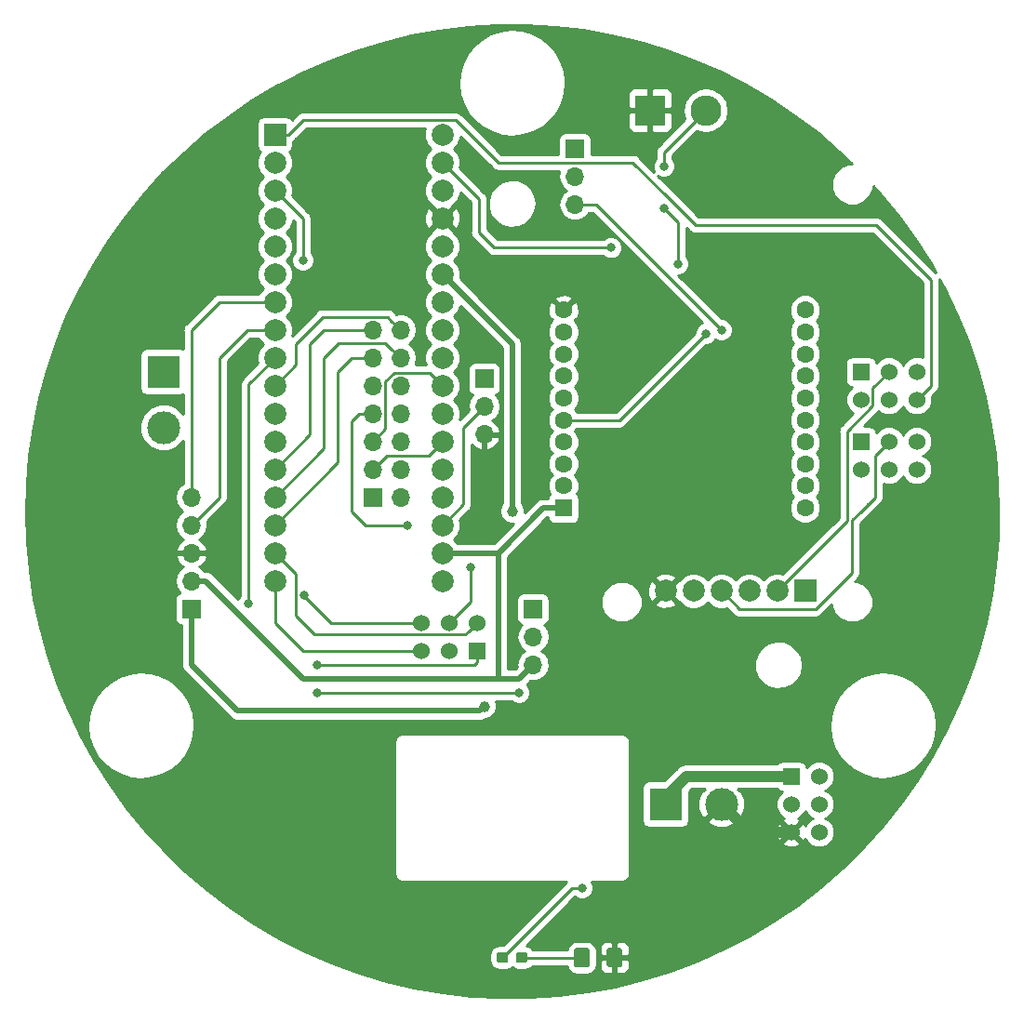
<source format=gbr>
G04 #@! TF.GenerationSoftware,KiCad,Pcbnew,(5.0.0)*
G04 #@! TF.CreationDate,2018-08-26T02:27:24+09:00*
G04 #@! TF.ProjectId,core,636F72652E6B696361645F7063620000,rev?*
G04 #@! TF.SameCoordinates,Original*
G04 #@! TF.FileFunction,Copper,L1,Top,Signal*
G04 #@! TF.FilePolarity,Positive*
%FSLAX46Y46*%
G04 Gerber Fmt 4.6, Leading zero omitted, Abs format (unit mm)*
G04 Created by KiCad (PCBNEW (5.0.0)) date 08/26/18 02:27:24*
%MOMM*%
%LPD*%
G01*
G04 APERTURE LIST*
G04 #@! TA.AperFunction,ComponentPad*
%ADD10O,1.700000X1.700000*%
G04 #@! TD*
G04 #@! TA.AperFunction,ComponentPad*
%ADD11R,1.700000X1.700000*%
G04 #@! TD*
G04 #@! TA.AperFunction,ComponentPad*
%ADD12R,2.000000X2.000000*%
G04 #@! TD*
G04 #@! TA.AperFunction,ComponentPad*
%ADD13C,2.000000*%
G04 #@! TD*
G04 #@! TA.AperFunction,Conductor*
%ADD14C,0.100000*%
G04 #@! TD*
G04 #@! TA.AperFunction,SMDPad,CuDef*
%ADD15C,0.950000*%
G04 #@! TD*
G04 #@! TA.AperFunction,ComponentPad*
%ADD16C,3.000000*%
G04 #@! TD*
G04 #@! TA.AperFunction,ComponentPad*
%ADD17R,3.000000X3.000000*%
G04 #@! TD*
G04 #@! TA.AperFunction,SMDPad,CuDef*
%ADD18C,1.425000*%
G04 #@! TD*
G04 #@! TA.AperFunction,ComponentPad*
%ADD19R,1.524000X1.524000*%
G04 #@! TD*
G04 #@! TA.AperFunction,ComponentPad*
%ADD20C,1.524000*%
G04 #@! TD*
G04 #@! TA.AperFunction,ComponentPad*
%ADD21R,1.600000X1.600000*%
G04 #@! TD*
G04 #@! TA.AperFunction,ComponentPad*
%ADD22C,1.600000*%
G04 #@! TD*
G04 #@! TA.AperFunction,ComponentPad*
%ADD23R,2.800000X2.800000*%
G04 #@! TD*
G04 #@! TA.AperFunction,ComponentPad*
%ADD24O,2.800000X2.800000*%
G04 #@! TD*
G04 #@! TA.AperFunction,ViaPad*
%ADD25C,0.800000*%
G04 #@! TD*
G04 #@! TA.AperFunction,ViaPad*
%ADD26C,1.000000*%
G04 #@! TD*
G04 #@! TA.AperFunction,Conductor*
%ADD27C,0.250000*%
G04 #@! TD*
G04 #@! TA.AperFunction,Conductor*
%ADD28C,1.000000*%
G04 #@! TD*
G04 #@! TA.AperFunction,Conductor*
%ADD29C,0.500000*%
G04 #@! TD*
G04 #@! TA.AperFunction,Conductor*
%ADD30C,0.254000*%
G04 #@! TD*
G04 APERTURE END LIST*
D10*
G04 #@! TO.P,J8,3*
G04 #@! TO.N,/3.3VOut*
X1905000Y-13970000D03*
G04 #@! TO.P,J8,2*
G04 #@! TO.N,/uSD_VCC*
X1905000Y-11430000D03*
D11*
G04 #@! TO.P,J8,1*
G04 #@! TO.N,/5VOut*
X1905000Y-8890000D03*
G04 #@! TD*
D10*
G04 #@! TO.P,J7,3*
G04 #@! TO.N,/GND*
X-2540000Y6985000D03*
G04 #@! TO.P,J7,2*
G04 #@! TO.N,/AREF*
X-2540000Y9525000D03*
D11*
G04 #@! TO.P,J7,1*
G04 #@! TO.N,Net-(J7-Pad1)*
X-2540000Y12065000D03*
G04 #@! TD*
D12*
G04 #@! TO.P,U1,1*
G04 #@! TO.N,Net-(SW4-Pad4)*
X-21590000Y34290000D03*
D13*
G04 #@! TO.P,U1,2*
G04 #@! TO.N,Net-(U1-Pad2)*
X-21590000Y31750000D03*
G04 #@! TO.P,U1,3*
G04 #@! TO.N,Net-(SW1-Pad4)*
X-21590000Y29210000D03*
G04 #@! TO.P,U1,4*
G04 #@! TO.N,Net-(SW1-Pad1)*
X-21590000Y26670000D03*
G04 #@! TO.P,U1,5*
G04 #@! TO.N,Net-(U1-Pad5)*
X-21590000Y24130000D03*
G04 #@! TO.P,U1,6*
G04 #@! TO.N,Net-(U1-Pad6)*
X-21590000Y21590000D03*
G04 #@! TO.P,U1,7*
G04 #@! TO.N,/I2C_SDA*
X-21590000Y19050000D03*
G04 #@! TO.P,U1,8*
G04 #@! TO.N,/I2C_SCL*
X-21590000Y16510000D03*
G04 #@! TO.P,U1,9*
G04 #@! TO.N,Net-(U1-Pad9)*
X-21590000Y13970000D03*
G04 #@! TO.P,U1,10*
G04 #@! TO.N,/D5*
X-21590000Y11430000D03*
G04 #@! TO.P,U1,11*
G04 #@! TO.N,/MAIN*
X-21590000Y8890000D03*
G04 #@! TO.P,U1,12*
G04 #@! TO.N,/DROGUE*
X-21590000Y6350000D03*
G04 #@! TO.P,U1,13*
G04 #@! TO.N,/D8*
X-21590000Y3810000D03*
G04 #@! TO.P,U1,14*
G04 #@! TO.N,/D9*
X-21590000Y1270000D03*
G04 #@! TO.P,U1,15*
G04 #@! TO.N,/D10*
X-21590000Y-1270000D03*
G04 #@! TO.P,U1,16*
G04 #@! TO.N,Net-(SW1-Pad6)*
X-21590000Y-3810000D03*
G04 #@! TO.P,U1,17*
G04 #@! TO.N,Net-(SW1-Pad3)*
X-21590000Y-6350000D03*
G04 #@! TO.P,U1,18*
G04 #@! TO.N,/D13*
X-6350000Y-6350000D03*
G04 #@! TO.P,U1,19*
G04 #@! TO.N,/3.3VOut*
X-6350000Y-3810000D03*
G04 #@! TO.P,U1,20*
G04 #@! TO.N,/AREF*
X-6350000Y-1270000D03*
G04 #@! TO.P,U1,21*
G04 #@! TO.N,/A0*
X-6350000Y1270000D03*
G04 #@! TO.P,U1,22*
G04 #@! TO.N,/A1*
X-6350000Y3810000D03*
G04 #@! TO.P,U1,23*
G04 #@! TO.N,/A2*
X-6350000Y6350000D03*
G04 #@! TO.P,U1,24*
G04 #@! TO.N,/A3*
X-6350000Y8890000D03*
G04 #@! TO.P,U1,25*
G04 #@! TO.N,/A4*
X-6350000Y11430000D03*
G04 #@! TO.P,U1,26*
G04 #@! TO.N,/A5*
X-6350000Y13970000D03*
G04 #@! TO.P,U1,27*
G04 #@! TO.N,Net-(U1-Pad27)*
X-6350000Y16510000D03*
G04 #@! TO.P,U1,28*
G04 #@! TO.N,Net-(U1-Pad28)*
X-6350000Y19050000D03*
G04 #@! TO.P,U1,29*
G04 #@! TO.N,/5VOut*
X-6350000Y21590000D03*
G04 #@! TO.P,U1,30*
G04 #@! TO.N,Net-(U1-Pad30)*
X-6350000Y24130000D03*
G04 #@! TO.P,U1,31*
G04 #@! TO.N,/GND*
X-6350000Y26670000D03*
G04 #@! TO.P,U1,32*
G04 #@! TO.N,Net-(D1-Pad2)*
X-6350000Y29210000D03*
G04 #@! TO.P,U1,33*
G04 #@! TO.N,Net-(SW5-Pad1)*
X-6350000Y31750000D03*
G04 #@! TO.P,U1,34*
G04 #@! TO.N,Net-(SW4-Pad1)*
X-6350000Y34290000D03*
G04 #@! TD*
D12*
G04 #@! TO.P,U2,1*
G04 #@! TO.N,Net-(U1-Pad9)*
X26670000Y-7255000D03*
D13*
G04 #@! TO.P,U2,2*
G04 #@! TO.N,/uSD_SCK*
X24130000Y-7255000D03*
G04 #@! TO.P,U2,3*
G04 #@! TO.N,/uSD_MOSI*
X21590000Y-7255000D03*
G04 #@! TO.P,U2,4*
G04 #@! TO.N,/uSD_MISO*
X19050000Y-7255000D03*
G04 #@! TO.P,U2,5*
G04 #@! TO.N,/uSD_VCC*
X16510000Y-7255000D03*
G04 #@! TO.P,U2,6*
G04 #@! TO.N,/GND*
X13970000Y-7255000D03*
G04 #@! TD*
D14*
G04 #@! TO.N,Net-(D1-Pad1)*
G04 #@! TO.C,D1*
G36*
X1185779Y-40166144D02*
X1208834Y-40169563D01*
X1231443Y-40175227D01*
X1253387Y-40183079D01*
X1274457Y-40193044D01*
X1294448Y-40205026D01*
X1313168Y-40218910D01*
X1330438Y-40234562D01*
X1346090Y-40251832D01*
X1359974Y-40270552D01*
X1371956Y-40290543D01*
X1381921Y-40311613D01*
X1389773Y-40333557D01*
X1395437Y-40356166D01*
X1398856Y-40379221D01*
X1400000Y-40402500D01*
X1400000Y-40877500D01*
X1398856Y-40900779D01*
X1395437Y-40923834D01*
X1389773Y-40946443D01*
X1381921Y-40968387D01*
X1371956Y-40989457D01*
X1359974Y-41009448D01*
X1346090Y-41028168D01*
X1330438Y-41045438D01*
X1313168Y-41061090D01*
X1294448Y-41074974D01*
X1274457Y-41086956D01*
X1253387Y-41096921D01*
X1231443Y-41104773D01*
X1208834Y-41110437D01*
X1185779Y-41113856D01*
X1162500Y-41115000D01*
X587500Y-41115000D01*
X564221Y-41113856D01*
X541166Y-41110437D01*
X518557Y-41104773D01*
X496613Y-41096921D01*
X475543Y-41086956D01*
X455552Y-41074974D01*
X436832Y-41061090D01*
X419562Y-41045438D01*
X403910Y-41028168D01*
X390026Y-41009448D01*
X378044Y-40989457D01*
X368079Y-40968387D01*
X360227Y-40946443D01*
X354563Y-40923834D01*
X351144Y-40900779D01*
X350000Y-40877500D01*
X350000Y-40402500D01*
X351144Y-40379221D01*
X354563Y-40356166D01*
X360227Y-40333557D01*
X368079Y-40311613D01*
X378044Y-40290543D01*
X390026Y-40270552D01*
X403910Y-40251832D01*
X419562Y-40234562D01*
X436832Y-40218910D01*
X455552Y-40205026D01*
X475543Y-40193044D01*
X496613Y-40183079D01*
X518557Y-40175227D01*
X541166Y-40169563D01*
X564221Y-40166144D01*
X587500Y-40165000D01*
X1162500Y-40165000D01*
X1185779Y-40166144D01*
X1185779Y-40166144D01*
G37*
D15*
G04 #@! TD*
G04 #@! TO.P,D1,1*
G04 #@! TO.N,Net-(D1-Pad1)*
X875000Y-40640000D03*
D14*
G04 #@! TO.N,Net-(D1-Pad2)*
G04 #@! TO.C,D1*
G36*
X-564221Y-40166144D02*
X-541166Y-40169563D01*
X-518557Y-40175227D01*
X-496613Y-40183079D01*
X-475543Y-40193044D01*
X-455552Y-40205026D01*
X-436832Y-40218910D01*
X-419562Y-40234562D01*
X-403910Y-40251832D01*
X-390026Y-40270552D01*
X-378044Y-40290543D01*
X-368079Y-40311613D01*
X-360227Y-40333557D01*
X-354563Y-40356166D01*
X-351144Y-40379221D01*
X-350000Y-40402500D01*
X-350000Y-40877500D01*
X-351144Y-40900779D01*
X-354563Y-40923834D01*
X-360227Y-40946443D01*
X-368079Y-40968387D01*
X-378044Y-40989457D01*
X-390026Y-41009448D01*
X-403910Y-41028168D01*
X-419562Y-41045438D01*
X-436832Y-41061090D01*
X-455552Y-41074974D01*
X-475543Y-41086956D01*
X-496613Y-41096921D01*
X-518557Y-41104773D01*
X-541166Y-41110437D01*
X-564221Y-41113856D01*
X-587500Y-41115000D01*
X-1162500Y-41115000D01*
X-1185779Y-41113856D01*
X-1208834Y-41110437D01*
X-1231443Y-41104773D01*
X-1253387Y-41096921D01*
X-1274457Y-41086956D01*
X-1294448Y-41074974D01*
X-1313168Y-41061090D01*
X-1330438Y-41045438D01*
X-1346090Y-41028168D01*
X-1359974Y-41009448D01*
X-1371956Y-40989457D01*
X-1381921Y-40968387D01*
X-1389773Y-40946443D01*
X-1395437Y-40923834D01*
X-1398856Y-40900779D01*
X-1400000Y-40877500D01*
X-1400000Y-40402500D01*
X-1398856Y-40379221D01*
X-1395437Y-40356166D01*
X-1389773Y-40333557D01*
X-1381921Y-40311613D01*
X-1371956Y-40290543D01*
X-1359974Y-40270552D01*
X-1346090Y-40251832D01*
X-1330438Y-40234562D01*
X-1313168Y-40218910D01*
X-1294448Y-40205026D01*
X-1274457Y-40193044D01*
X-1253387Y-40183079D01*
X-1231443Y-40175227D01*
X-1208834Y-40169563D01*
X-1185779Y-40166144D01*
X-1162500Y-40165000D01*
X-587500Y-40165000D01*
X-564221Y-40166144D01*
X-564221Y-40166144D01*
G37*
D15*
G04 #@! TD*
G04 #@! TO.P,D1,2*
G04 #@! TO.N,Net-(D1-Pad2)*
X-875000Y-40640000D03*
D16*
G04 #@! TO.P,J1,2*
G04 #@! TO.N,/GND*
X19050000Y-26670000D03*
D17*
G04 #@! TO.P,J1,1*
G04 #@! TO.N,Net-(J1-Pad1)*
X13970000Y-26670000D03*
G04 #@! TD*
G04 #@! TO.P,J2,1*
G04 #@! TO.N,/MAIN*
X-31750000Y12700000D03*
D16*
G04 #@! TO.P,J2,2*
G04 #@! TO.N,/DROGUE*
X-31750000Y7620000D03*
G04 #@! TD*
D14*
G04 #@! TO.N,/GND*
G04 #@! TO.C,R1*
G36*
X9812004Y-39766204D02*
X9836273Y-39769804D01*
X9860071Y-39775765D01*
X9883171Y-39784030D01*
X9905349Y-39794520D01*
X9926393Y-39807133D01*
X9946098Y-39821747D01*
X9964277Y-39838223D01*
X9980753Y-39856402D01*
X9995367Y-39876107D01*
X10007980Y-39897151D01*
X10018470Y-39919329D01*
X10026735Y-39942429D01*
X10032696Y-39966227D01*
X10036296Y-39990496D01*
X10037500Y-40015000D01*
X10037500Y-41265000D01*
X10036296Y-41289504D01*
X10032696Y-41313773D01*
X10026735Y-41337571D01*
X10018470Y-41360671D01*
X10007980Y-41382849D01*
X9995367Y-41403893D01*
X9980753Y-41423598D01*
X9964277Y-41441777D01*
X9946098Y-41458253D01*
X9926393Y-41472867D01*
X9905349Y-41485480D01*
X9883171Y-41495970D01*
X9860071Y-41504235D01*
X9836273Y-41510196D01*
X9812004Y-41513796D01*
X9787500Y-41515000D01*
X8862500Y-41515000D01*
X8837996Y-41513796D01*
X8813727Y-41510196D01*
X8789929Y-41504235D01*
X8766829Y-41495970D01*
X8744651Y-41485480D01*
X8723607Y-41472867D01*
X8703902Y-41458253D01*
X8685723Y-41441777D01*
X8669247Y-41423598D01*
X8654633Y-41403893D01*
X8642020Y-41382849D01*
X8631530Y-41360671D01*
X8623265Y-41337571D01*
X8617304Y-41313773D01*
X8613704Y-41289504D01*
X8612500Y-41265000D01*
X8612500Y-40015000D01*
X8613704Y-39990496D01*
X8617304Y-39966227D01*
X8623265Y-39942429D01*
X8631530Y-39919329D01*
X8642020Y-39897151D01*
X8654633Y-39876107D01*
X8669247Y-39856402D01*
X8685723Y-39838223D01*
X8703902Y-39821747D01*
X8723607Y-39807133D01*
X8744651Y-39794520D01*
X8766829Y-39784030D01*
X8789929Y-39775765D01*
X8813727Y-39769804D01*
X8837996Y-39766204D01*
X8862500Y-39765000D01*
X9787500Y-39765000D01*
X9812004Y-39766204D01*
X9812004Y-39766204D01*
G37*
D18*
G04 #@! TD*
G04 #@! TO.P,R1,1*
G04 #@! TO.N,/GND*
X9325000Y-40640000D03*
D14*
G04 #@! TO.N,Net-(D1-Pad1)*
G04 #@! TO.C,R1*
G36*
X6837004Y-39766204D02*
X6861273Y-39769804D01*
X6885071Y-39775765D01*
X6908171Y-39784030D01*
X6930349Y-39794520D01*
X6951393Y-39807133D01*
X6971098Y-39821747D01*
X6989277Y-39838223D01*
X7005753Y-39856402D01*
X7020367Y-39876107D01*
X7032980Y-39897151D01*
X7043470Y-39919329D01*
X7051735Y-39942429D01*
X7057696Y-39966227D01*
X7061296Y-39990496D01*
X7062500Y-40015000D01*
X7062500Y-41265000D01*
X7061296Y-41289504D01*
X7057696Y-41313773D01*
X7051735Y-41337571D01*
X7043470Y-41360671D01*
X7032980Y-41382849D01*
X7020367Y-41403893D01*
X7005753Y-41423598D01*
X6989277Y-41441777D01*
X6971098Y-41458253D01*
X6951393Y-41472867D01*
X6930349Y-41485480D01*
X6908171Y-41495970D01*
X6885071Y-41504235D01*
X6861273Y-41510196D01*
X6837004Y-41513796D01*
X6812500Y-41515000D01*
X5887500Y-41515000D01*
X5862996Y-41513796D01*
X5838727Y-41510196D01*
X5814929Y-41504235D01*
X5791829Y-41495970D01*
X5769651Y-41485480D01*
X5748607Y-41472867D01*
X5728902Y-41458253D01*
X5710723Y-41441777D01*
X5694247Y-41423598D01*
X5679633Y-41403893D01*
X5667020Y-41382849D01*
X5656530Y-41360671D01*
X5648265Y-41337571D01*
X5642304Y-41313773D01*
X5638704Y-41289504D01*
X5637500Y-41265000D01*
X5637500Y-40015000D01*
X5638704Y-39990496D01*
X5642304Y-39966227D01*
X5648265Y-39942429D01*
X5656530Y-39919329D01*
X5667020Y-39897151D01*
X5679633Y-39876107D01*
X5694247Y-39856402D01*
X5710723Y-39838223D01*
X5728902Y-39821747D01*
X5748607Y-39807133D01*
X5769651Y-39794520D01*
X5791829Y-39784030D01*
X5814929Y-39775765D01*
X5838727Y-39769804D01*
X5862996Y-39766204D01*
X5887500Y-39765000D01*
X6812500Y-39765000D01*
X6837004Y-39766204D01*
X6837004Y-39766204D01*
G37*
D18*
G04 #@! TD*
G04 #@! TO.P,R1,2*
G04 #@! TO.N,Net-(D1-Pad1)*
X6350000Y-40640000D03*
D19*
G04 #@! TO.P,SW1,1*
G04 #@! TO.N,Net-(SW1-Pad1)*
X-3175000Y-12700000D03*
D20*
G04 #@! TO.P,SW1,2*
G04 #@! TO.N,/XBee_DOUT*
X-5715000Y-12700000D03*
G04 #@! TO.P,SW1,3*
G04 #@! TO.N,Net-(SW1-Pad3)*
X-8255000Y-12700000D03*
G04 #@! TO.P,SW1,4*
G04 #@! TO.N,Net-(SW1-Pad4)*
X-8255000Y-10160000D03*
G04 #@! TO.P,SW1,5*
G04 #@! TO.N,/XBee_DIN*
X-5715000Y-10160000D03*
G04 #@! TO.P,SW1,6*
G04 #@! TO.N,Net-(SW1-Pad6)*
X-3175000Y-10160000D03*
G04 #@! TD*
G04 #@! TO.P,SW2,6*
G04 #@! TO.N,N/C*
X27940000Y-24130000D03*
G04 #@! TO.P,SW2,5*
X27940000Y-26670000D03*
G04 #@! TO.P,SW2,4*
X27940000Y-29210000D03*
G04 #@! TO.P,SW2,3*
G04 #@! TO.N,/GND*
X25400000Y-29210000D03*
G04 #@! TO.P,SW2,2*
G04 #@! TO.N,Net-(D1-Pad2)*
X25400000Y-26670000D03*
D19*
G04 #@! TO.P,SW2,1*
G04 #@! TO.N,Net-(J1-Pad1)*
X25400000Y-24130000D03*
G04 #@! TD*
G04 #@! TO.P,SW4,1*
G04 #@! TO.N,Net-(SW4-Pad1)*
X31750000Y12700000D03*
D20*
G04 #@! TO.P,SW4,2*
G04 #@! TO.N,/uSD_SCK*
X34290000Y12700000D03*
G04 #@! TO.P,SW4,3*
G04 #@! TO.N,/SCK_TOP*
X36830000Y12700000D03*
G04 #@! TO.P,SW4,4*
G04 #@! TO.N,Net-(SW4-Pad4)*
X36830000Y10160000D03*
G04 #@! TO.P,SW4,5*
G04 #@! TO.N,/uSD_MOSI*
X34290000Y10160000D03*
G04 #@! TO.P,SW4,6*
G04 #@! TO.N,/MOSI_TOP*
X31750000Y10160000D03*
G04 #@! TD*
G04 #@! TO.P,SW5,6*
G04 #@! TO.N,N/C*
X31750000Y3810000D03*
G04 #@! TO.P,SW5,5*
X34290000Y3810000D03*
G04 #@! TO.P,SW5,4*
X36830000Y3810000D03*
G04 #@! TO.P,SW5,3*
G04 #@! TO.N,/MISO_TOP*
X36830000Y6350000D03*
G04 #@! TO.P,SW5,2*
G04 #@! TO.N,/uSD_MISO*
X34290000Y6350000D03*
D19*
G04 #@! TO.P,SW5,1*
G04 #@! TO.N,Net-(SW5-Pad1)*
X31750000Y6350000D03*
G04 #@! TD*
D21*
G04 #@! TO.P,U3,1*
G04 #@! TO.N,/3.3VOut*
X4670000Y305000D03*
D22*
G04 #@! TO.P,U3,2*
G04 #@! TO.N,/XBee_DOUT*
X4670000Y2305000D03*
G04 #@! TO.P,U3,3*
G04 #@! TO.N,/XBee_DIN*
X4670000Y4305000D03*
G04 #@! TO.P,U3,4*
G04 #@! TO.N,Net-(U3-Pad4)*
X4670000Y6305000D03*
G04 #@! TO.P,U3,5*
G04 #@! TO.N,Net-(SW3-Pad2)*
X4670000Y8305000D03*
G04 #@! TO.P,U3,6*
G04 #@! TO.N,Net-(U3-Pad6)*
X4670000Y10305000D03*
G04 #@! TO.P,U3,7*
G04 #@! TO.N,Net-(U3-Pad7)*
X4670000Y12305000D03*
G04 #@! TO.P,U3,8*
G04 #@! TO.N,Net-(U3-Pad8)*
X4670000Y14305000D03*
G04 #@! TO.P,U3,9*
G04 #@! TO.N,Net-(U3-Pad9)*
X4670000Y16305000D03*
G04 #@! TO.P,U3,10*
G04 #@! TO.N,/GND*
X4670000Y18305000D03*
G04 #@! TO.P,U3,11*
G04 #@! TO.N,Net-(U3-Pad11)*
X26670000Y18305000D03*
G04 #@! TO.P,U3,12*
G04 #@! TO.N,Net-(U3-Pad12)*
X26670000Y16305000D03*
G04 #@! TO.P,U3,13*
G04 #@! TO.N,Net-(U3-Pad13)*
X26670000Y14305000D03*
G04 #@! TO.P,U3,14*
G04 #@! TO.N,Net-(U3-Pad14)*
X26670000Y12305000D03*
G04 #@! TO.P,U3,15*
G04 #@! TO.N,Net-(U3-Pad15)*
X26670000Y10305000D03*
G04 #@! TO.P,U3,16*
G04 #@! TO.N,Net-(U3-Pad16)*
X26670000Y8305000D03*
G04 #@! TO.P,U3,17*
G04 #@! TO.N,Net-(U3-Pad17)*
X26670000Y6305000D03*
G04 #@! TO.P,U3,18*
G04 #@! TO.N,Net-(U3-Pad18)*
X26670000Y4305000D03*
G04 #@! TO.P,U3,19*
G04 #@! TO.N,Net-(U3-Pad19)*
X26670000Y2305000D03*
G04 #@! TO.P,U3,20*
G04 #@! TO.N,Net-(U3-Pad20)*
X26670000Y305000D03*
G04 #@! TD*
D23*
G04 #@! TO.P,SW3,1*
G04 #@! TO.N,/GND*
X12560000Y36500000D03*
D24*
G04 #@! TO.P,SW3,2*
G04 #@! TO.N,Net-(SW3-Pad2)*
X17640000Y36500000D03*
G04 #@! TD*
D10*
G04 #@! TO.P,J3,5*
G04 #@! TO.N,/I2C_SDA*
X-29210000Y1270000D03*
G04 #@! TO.P,J3,4*
G04 #@! TO.N,/I2C_SCL*
X-29210000Y-1270000D03*
G04 #@! TO.P,J3,3*
G04 #@! TO.N,/GND*
X-29210000Y-3810000D03*
G04 #@! TO.P,J3,2*
G04 #@! TO.N,/3.3VOut*
X-29210000Y-6350000D03*
D11*
G04 #@! TO.P,J3,1*
G04 #@! TO.N,/5VOut*
X-29210000Y-8890000D03*
G04 #@! TD*
D10*
G04 #@! TO.P,J4,14*
G04 #@! TO.N,/D5*
X-10160000Y16510000D03*
G04 #@! TO.P,J4,13*
G04 #@! TO.N,/D8*
X-12700000Y16510000D03*
G04 #@! TO.P,J4,12*
G04 #@! TO.N,/D9*
X-10160000Y13970000D03*
G04 #@! TO.P,J4,11*
G04 #@! TO.N,/D10*
X-12700000Y13970000D03*
G04 #@! TO.P,J4,10*
G04 #@! TO.N,/D13*
X-10160000Y11430000D03*
G04 #@! TO.P,J4,9*
G04 #@! TO.N,Net-(J4-Pad9)*
X-12700000Y11430000D03*
G04 #@! TO.P,J4,8*
G04 #@! TO.N,Net-(J4-Pad8)*
X-10160000Y8890000D03*
G04 #@! TO.P,J4,7*
G04 #@! TO.N,/AREF*
X-12700000Y8890000D03*
G04 #@! TO.P,J4,6*
G04 #@! TO.N,/A5*
X-10160000Y6350000D03*
G04 #@! TO.P,J4,5*
G04 #@! TO.N,/A4*
X-12700000Y6350000D03*
G04 #@! TO.P,J4,4*
G04 #@! TO.N,/A3*
X-10160000Y3810000D03*
G04 #@! TO.P,J4,3*
G04 #@! TO.N,/A2*
X-12700000Y3810000D03*
G04 #@! TO.P,J4,2*
G04 #@! TO.N,/A1*
X-10160000Y1270000D03*
D11*
G04 #@! TO.P,J4,1*
G04 #@! TO.N,/A0*
X-12700000Y1270000D03*
G04 #@! TD*
G04 #@! TO.P,J5,1*
G04 #@! TO.N,/SCK_TOP*
X5715000Y33020000D03*
D10*
G04 #@! TO.P,J5,2*
G04 #@! TO.N,/MOSI_TOP*
X5715000Y30480000D03*
G04 #@! TO.P,J5,3*
G04 #@! TO.N,/MISO_TOP*
X5715000Y27940000D03*
G04 #@! TD*
D25*
G04 #@! TO.N,Net-(D1-Pad2)*
X6350000Y-34290000D03*
G04 #@! TO.N,/GND*
X8255000Y19685000D03*
X8255000Y16510000D03*
X8255000Y13335000D03*
X11430000Y19685000D03*
X11430000Y16510000D03*
X11430000Y13335000D03*
X15875000Y8255000D03*
X15875000Y5080000D03*
X15875000Y1905000D03*
X19050000Y1905000D03*
X19050000Y5080000D03*
X19050000Y8255000D03*
X12700000Y1905000D03*
X12700000Y5080000D03*
X36195000Y-2540000D03*
X36195000Y-5715000D03*
X36195000Y-8890000D03*
X39370000Y-8890000D03*
X39370000Y-5715000D03*
X39370000Y-2540000D03*
X-16510000Y33020000D03*
X-16510000Y29845000D03*
X-13335000Y29845000D03*
X-13335000Y33020000D03*
X-12700000Y20320000D03*
X-9525000Y20320000D03*
X-9525000Y23495000D03*
X-24130000Y13970000D03*
X-26035000Y-3810000D03*
X6985000Y40640000D03*
X6985000Y36830000D03*
X-7620000Y41910000D03*
X-7620000Y38100000D03*
X-11430000Y38100000D03*
X13335000Y-16510000D03*
X16510000Y-16510000D03*
X16510000Y-13335000D03*
X-38735000Y-5080000D03*
X-38735000Y-8255000D03*
X-38735000Y-11430000D03*
X-35560000Y-11430000D03*
X-35560000Y-8255000D03*
X-35560000Y-5080000D03*
X-23495000Y-20955000D03*
X-19685000Y-20955000D03*
X-15875000Y-20955000D03*
G04 #@! TO.N,/MISO_TOP*
X19050000Y16510000D03*
G04 #@! TO.N,Net-(SW1-Pad1)*
X-17780000Y-13970000D03*
G04 #@! TO.N,Net-(SW1-Pad4)*
X-19050000Y22860000D03*
X-18960000Y-7620000D03*
G04 #@! TO.N,/XBee_DIN*
X-3810000Y-5080000D03*
D26*
G04 #@! TO.N,/5VOut*
X0Y0D03*
X-2540000Y-17780000D03*
D25*
G04 #@! TO.N,Net-(SW3-Pad2)*
X17640000Y16180000D03*
X15100000Y22530000D03*
X13830000Y27610000D03*
X13830000Y31420000D03*
G04 #@! TO.N,Net-(SW5-Pad1)*
X9000000Y24000000D03*
G04 #@! TO.N,Net-(U1-Pad9)*
X-24000000Y-8386410D03*
X635000Y-16510000D03*
X-17780000Y-16510000D03*
G04 #@! TO.N,/AREF*
X-9525000Y-1270000D03*
G04 #@! TD*
D27*
G04 #@! TO.N,Net-(D1-Pad1)*
X875000Y-40640000D02*
X6350000Y-40640000D01*
G04 #@! TO.N,Net-(D1-Pad2)*
X5475000Y-34290000D02*
X-875000Y-40640000D01*
X6350000Y-34290000D02*
X5475000Y-34290000D01*
G04 #@! TO.N,/GND*
X10965000Y-39000000D02*
X11000000Y-39000000D01*
D28*
X21590000Y-29210000D02*
X25400000Y-29210000D01*
X19050000Y-26670000D02*
X21590000Y-29210000D01*
G04 #@! TO.N,Net-(J1-Pad1)*
X13970000Y-26670000D02*
X13970000Y-26035000D01*
X15875000Y-24130000D02*
X25400000Y-24130000D01*
X13970000Y-26035000D02*
X15875000Y-24130000D01*
D29*
G04 #@! TO.N,/3.3VOut*
X-27860000Y-6350000D02*
X-18970000Y-15240000D01*
X-29210000Y-6350000D02*
X-27860000Y-6350000D01*
X635000Y-15240000D02*
X1905000Y-13970000D01*
X-6350000Y-3810000D02*
X-1270000Y-3810000D01*
X-1270000Y-3810000D02*
X-1270000Y-15240000D01*
X-18970000Y-15240000D02*
X-1270000Y-15240000D01*
X635000Y-15240000D02*
X-1270000Y-15240000D01*
X2845000Y305000D02*
X4670000Y305000D01*
X-1270000Y-3810000D02*
X2845000Y305000D01*
D27*
G04 #@! TO.N,/A2*
X-12700000Y3810000D02*
X-11430000Y5080000D01*
X-7620000Y5080000D02*
X-6350000Y6350000D01*
X-11430000Y5080000D02*
X-7620000Y5080000D01*
G04 #@! TO.N,/A4*
X-7349999Y12429999D02*
X-6350000Y11430000D01*
X-7525001Y12605001D02*
X-7349999Y12429999D01*
X-10724001Y12605001D02*
X-7525001Y12605001D01*
X-11524999Y11804003D02*
X-10724001Y12605001D01*
X-11524999Y7525001D02*
X-11524999Y11804003D01*
X-12700000Y6350000D02*
X-11524999Y7525001D01*
G04 #@! TO.N,/MISO_TOP*
X7620000Y27940000D02*
X19050000Y16510000D01*
X5715000Y27940000D02*
X7620000Y27940000D01*
G04 #@! TO.N,Net-(SW1-Pad1)*
X-3175000Y-13712000D02*
X-3175000Y-12700000D01*
X-3433000Y-13970000D02*
X-3175000Y-13712000D01*
X-17780000Y-13970000D02*
X-3433000Y-13970000D01*
G04 #@! TO.N,Net-(SW1-Pad3)*
X-21590000Y-6350000D02*
X-21590000Y-10160000D01*
X-19050000Y-12700000D02*
X-8890000Y-12700000D01*
X-21590000Y-10160000D02*
X-19050000Y-12700000D01*
G04 #@! TO.N,Net-(SW1-Pad4)*
X-8890000Y-10160000D02*
X-16510000Y-10160000D01*
X-16510000Y-10160000D02*
X-19050000Y-7620000D01*
X-19050000Y26670000D02*
X-21590000Y29210000D01*
X-19050000Y22860000D02*
X-19050000Y26670000D01*
G04 #@! TO.N,/XBee_DIN*
X-4445000Y-8890000D02*
X-5715000Y-10160000D01*
X-3810000Y-5080000D02*
X-3810000Y-8255000D01*
X-3810000Y-8255000D02*
X-4445000Y-8890000D01*
G04 #@! TO.N,Net-(SW1-Pad6)*
X-3936999Y-10921999D02*
X-3175000Y-10160000D01*
X-4262001Y-11247001D02*
X-3936999Y-10921999D01*
X-17962999Y-11247001D02*
X-4262001Y-11247001D01*
X-19685000Y-9525000D02*
X-17962999Y-11247001D01*
X-21590000Y-3810000D02*
X-19685000Y-5715000D01*
X-19685000Y-5715000D02*
X-19685000Y-9525000D01*
D29*
G04 #@! TO.N,/5VOut*
X-6350000Y21590000D02*
X0Y15240000D01*
X0Y15240000D02*
X0Y0D01*
X-9289999Y-18179999D02*
X-25000001Y-18179999D01*
X-29210000Y-13970000D02*
X-29210000Y-8890000D01*
X-25000001Y-18179999D02*
X-29210000Y-13970000D01*
X-9289999Y-18179999D02*
X-2939999Y-18179999D01*
X-2939999Y-18179999D02*
X-2540000Y-17780000D01*
D27*
G04 #@! TO.N,Net-(SW3-Pad2)*
X15100000Y22530000D02*
X15100000Y26340000D01*
X15100000Y26340000D02*
X13830000Y27610000D01*
X13830000Y32690000D02*
X17640000Y36500000D01*
X13830000Y31420000D02*
X13830000Y32690000D01*
X9765000Y8305000D02*
X6845000Y8305000D01*
X17640000Y16180000D02*
X9765000Y8305000D01*
X6845000Y8305000D02*
X4670000Y8305000D01*
G04 #@! TO.N,/uSD_SCK*
X32837001Y9638239D02*
X30480000Y7281238D01*
X34290000Y12700000D02*
X32837001Y11247001D01*
X32837001Y11247001D02*
X32837001Y9638239D01*
X30480000Y-905000D02*
X24130000Y-7255000D01*
X30480000Y0D02*
X30480000Y-905000D01*
X30480000Y7281238D02*
X30480000Y0D01*
G04 #@! TO.N,Net-(SW4-Pad4)*
X38100000Y11430000D02*
X36830000Y10160000D01*
X38100000Y21084173D02*
X38100000Y11430000D01*
X38100000Y21084173D02*
X33149173Y26035000D01*
X16698998Y26035000D02*
X14158998Y28575000D01*
X33149173Y26035000D02*
X16698998Y26035000D01*
X14158998Y28575000D02*
X14605000Y28128998D01*
X-20340000Y34290000D02*
X-21590000Y34290000D01*
X-19014999Y35615001D02*
X-20340000Y34290000D01*
X-5135001Y35615001D02*
X-19014999Y35615001D01*
X-1270000Y31750000D02*
X-5135001Y35615001D01*
X14158998Y28575000D02*
X10983998Y31750000D01*
X10983998Y31750000D02*
X-1270000Y31750000D01*
G04 #@! TO.N,/uSD_MISO*
X34290000Y6350000D02*
X33020000Y5080000D01*
X33020000Y3000000D02*
X33020000Y2540000D01*
X33020000Y5080000D02*
X33020000Y3000000D01*
X30930010Y-5579992D02*
X27620002Y-8890000D01*
X30930010Y-819990D02*
X30930010Y-5579992D01*
X20685000Y-8890000D02*
X19050000Y-7255000D01*
X27620002Y-8890000D02*
X20685000Y-8890000D01*
X31750000Y0D02*
X33020000Y1270000D01*
X33020000Y3000000D02*
X33020000Y1270000D01*
X31750000Y0D02*
X30930010Y-819990D01*
X32385000Y635000D02*
X31750000Y0D01*
G04 #@! TO.N,Net-(SW5-Pad1)*
X8000000Y24000000D02*
X9000000Y24000000D01*
X-1648000Y24000000D02*
X8000000Y24000000D01*
X-3048000Y25400000D02*
X-1648000Y24000000D01*
X-6350000Y31750000D02*
X-3048000Y28448000D01*
X-3048000Y28448000D02*
X-3048000Y25400000D01*
G04 #@! TO.N,Net-(U1-Pad9)*
X-21590000Y13970000D02*
X-24000000Y11560000D01*
X-24000000Y11560000D02*
X-24000000Y-8386410D01*
X635000Y-16510000D02*
X-17780000Y-16510000D01*
G04 #@! TO.N,/I2C_SDA*
X-29210000Y16510000D02*
X-29210000Y1270000D01*
X-21590000Y19050000D02*
X-26670000Y19050000D01*
X-26670000Y19050000D02*
X-29210000Y16510000D01*
G04 #@! TO.N,/I2C_SCL*
X-24130000Y16510000D02*
X-21590000Y16510000D01*
X-26670000Y13970000D02*
X-24130000Y16510000D01*
X-29210000Y-1270000D02*
X-26670000Y1270000D01*
X-26670000Y1270000D02*
X-26670000Y13970000D01*
G04 #@! TO.N,/D5*
X-11009999Y17359999D02*
X-10160000Y16510000D01*
X-11335001Y17685001D02*
X-11009999Y17359999D01*
X-17239999Y17685001D02*
X-11335001Y17685001D01*
X-19685000Y15240000D02*
X-17239999Y17685001D01*
X-19685000Y13335000D02*
X-19685000Y15240000D01*
X-21590000Y11430000D02*
X-19685000Y13335000D01*
G04 #@! TO.N,/D8*
X-21590000Y3810000D02*
X-18415000Y6985000D01*
X-18415000Y6985000D02*
X-18415000Y15240000D01*
X-17145000Y16510000D02*
X-12700000Y16510000D01*
X-18415000Y15240000D02*
X-17145000Y16510000D01*
G04 #@! TO.N,/D9*
X-21590000Y1270000D02*
X-17145000Y5715000D01*
X-17145000Y5715000D02*
X-17145000Y13970000D01*
X-11009999Y14819999D02*
X-10160000Y13970000D01*
X-11524999Y15334999D02*
X-11009999Y14819999D01*
X-15780001Y15334999D02*
X-11524999Y15334999D01*
X-17145000Y13970000D02*
X-15780001Y15334999D01*
G04 #@! TO.N,/D10*
X-21590000Y-1270000D02*
X-15875000Y4445000D01*
X-15875000Y4445000D02*
X-15875000Y12700000D01*
X-14605000Y13970000D02*
X-12700000Y13970000D01*
X-15875000Y12700000D02*
X-14605000Y13970000D01*
G04 #@! TO.N,/AREF*
X-13902081Y8890000D02*
X-14605000Y8187081D01*
X-12700000Y8890000D02*
X-13902081Y8890000D01*
X-14605000Y8187081D02*
X-14605000Y0D01*
X-14605000Y0D02*
X-13335000Y-1270000D01*
X-13335000Y-1270000D02*
X-9525000Y-1270000D01*
X-6350000Y-1270000D02*
X-4445000Y635000D01*
X-4445000Y7620000D02*
X-2540000Y9525000D01*
X-4445000Y635000D02*
X-4445000Y7620000D01*
G04 #@! TD*
D30*
G04 #@! TO.N,/GND*
G36*
X3857949Y44096558D02*
X6466365Y43790140D01*
X9052018Y43329565D01*
X11605804Y42716455D01*
X14118734Y41952969D01*
X16581961Y41041793D01*
X18986814Y39986137D01*
X21324826Y38789715D01*
X23587768Y37456740D01*
X25767673Y35991905D01*
X27856867Y34400366D01*
X29847995Y32687726D01*
X30939483Y31630000D01*
X30595050Y31630000D01*
X29902233Y31343026D01*
X29371974Y30812767D01*
X29085000Y30119950D01*
X29085000Y29370050D01*
X29371974Y28677233D01*
X29902233Y28146974D01*
X30595050Y27860000D01*
X31344950Y27860000D01*
X32037767Y28146974D01*
X32568026Y28677233D01*
X32855000Y29370050D01*
X32855000Y29636709D01*
X33508386Y28923663D01*
X35164763Y26885492D01*
X36697348Y24752674D01*
X38100746Y22532718D01*
X38562226Y21696749D01*
X33739504Y26519470D01*
X33697102Y26582929D01*
X33445710Y26750904D01*
X33224025Y26795000D01*
X33224020Y26795000D01*
X33149173Y26809888D01*
X33074326Y26795000D01*
X17013801Y26795000D01*
X14749329Y29059470D01*
X14749327Y29059473D01*
X13282148Y30526652D01*
X13624126Y30385000D01*
X14035874Y30385000D01*
X14416280Y30542569D01*
X14707431Y30833720D01*
X14865000Y31214126D01*
X14865000Y31625874D01*
X14707431Y32006280D01*
X14590000Y32123711D01*
X14590000Y32375199D01*
X16817143Y34602342D01*
X16845982Y34583072D01*
X17439570Y34465000D01*
X17840430Y34465000D01*
X18434018Y34583072D01*
X19107153Y35032847D01*
X19556928Y35705982D01*
X19714868Y36500000D01*
X19556928Y37294018D01*
X19107153Y37967153D01*
X18434018Y38416928D01*
X17840430Y38535000D01*
X17439570Y38535000D01*
X16845982Y38416928D01*
X16172847Y37967153D01*
X15723072Y37294018D01*
X15565132Y36500000D01*
X15723072Y35705982D01*
X15742342Y35677143D01*
X13345528Y33280329D01*
X13282072Y33237929D01*
X13239672Y33174473D01*
X13239671Y33174472D01*
X13114097Y32986537D01*
X13055112Y32690000D01*
X13070001Y32615149D01*
X13070001Y32123712D01*
X12952569Y32006280D01*
X12795000Y31625874D01*
X12795000Y31214126D01*
X12936652Y30872148D01*
X11574329Y32234470D01*
X11531927Y32297929D01*
X11280535Y32465904D01*
X11058850Y32510000D01*
X11058845Y32510000D01*
X10983998Y32524888D01*
X10909151Y32510000D01*
X7212440Y32510000D01*
X7212440Y33870000D01*
X7163157Y34117765D01*
X7022809Y34327809D01*
X6812765Y34468157D01*
X6565000Y34517440D01*
X4865000Y34517440D01*
X4617235Y34468157D01*
X4407191Y34327809D01*
X4266843Y34117765D01*
X4217560Y33870000D01*
X4217560Y32510000D01*
X-955198Y32510000D01*
X-4544670Y36099471D01*
X-4587072Y36162930D01*
X-4838464Y36330905D01*
X-5060149Y36375001D01*
X-5060154Y36375001D01*
X-5135001Y36389889D01*
X-5209848Y36375001D01*
X-18940153Y36375001D01*
X-19015000Y36389889D01*
X-19089847Y36375001D01*
X-19089851Y36375001D01*
X-19311536Y36330905D01*
X-19311538Y36330904D01*
X-19311537Y36330904D01*
X-19499473Y36205330D01*
X-19499475Y36205328D01*
X-19562928Y36162930D01*
X-19605326Y36099477D01*
X-20062016Y35642786D01*
X-20132191Y35747809D01*
X-20342235Y35888157D01*
X-20590000Y35937440D01*
X-22590000Y35937440D01*
X-22837765Y35888157D01*
X-23047809Y35747809D01*
X-23188157Y35537765D01*
X-23237440Y35290000D01*
X-23237440Y33290000D01*
X-23188157Y33042235D01*
X-23047809Y32832191D01*
X-22911277Y32740962D01*
X-22976086Y32676153D01*
X-23225000Y32075222D01*
X-23225000Y31424778D01*
X-22976086Y30823847D01*
X-22632239Y30480000D01*
X-22976086Y30136153D01*
X-23225000Y29535222D01*
X-23225000Y28884778D01*
X-22976086Y28283847D01*
X-22632239Y27940000D01*
X-22976086Y27596153D01*
X-23225000Y26995222D01*
X-23225000Y26344778D01*
X-22976086Y25743847D01*
X-22632239Y25400000D01*
X-22976086Y25056153D01*
X-23225000Y24455222D01*
X-23225000Y23804778D01*
X-22976086Y23203847D01*
X-22632239Y22860000D01*
X-22976086Y22516153D01*
X-23225000Y21915222D01*
X-23225000Y21264778D01*
X-22976086Y20663847D01*
X-22632239Y20320000D01*
X-22976086Y19976153D01*
X-23044909Y19810000D01*
X-26595154Y19810000D01*
X-26670001Y19824888D01*
X-26744848Y19810000D01*
X-26744852Y19810000D01*
X-26966537Y19765904D01*
X-26966539Y19765903D01*
X-26966538Y19765903D01*
X-27154474Y19640329D01*
X-27154476Y19640327D01*
X-27217929Y19597929D01*
X-27260327Y19534476D01*
X-29694470Y17100331D01*
X-29757929Y17057929D01*
X-29925904Y16806536D01*
X-29970000Y16584851D01*
X-29970000Y16584847D01*
X-29984888Y16510000D01*
X-29970000Y16435153D01*
X-29970000Y14776618D01*
X-30002235Y14798157D01*
X-30250000Y14847440D01*
X-33250000Y14847440D01*
X-33497765Y14798157D01*
X-33707809Y14657809D01*
X-33848157Y14447765D01*
X-33897440Y14200000D01*
X-33897440Y11200000D01*
X-33848157Y10952235D01*
X-33707809Y10742191D01*
X-33497765Y10601843D01*
X-33250000Y10552560D01*
X-30250000Y10552560D01*
X-30002235Y10601843D01*
X-29970000Y10623382D01*
X-29969999Y8859345D01*
X-30540620Y9429966D01*
X-31325322Y9755000D01*
X-32174678Y9755000D01*
X-32959380Y9429966D01*
X-33559966Y8829380D01*
X-33885000Y8044678D01*
X-33885000Y7195322D01*
X-33559966Y6410620D01*
X-32959380Y5810034D01*
X-32174678Y5485000D01*
X-31325322Y5485000D01*
X-30540620Y5810034D01*
X-29969999Y6380655D01*
X-29969999Y2548179D01*
X-30280625Y2340625D01*
X-30608839Y1849418D01*
X-30724092Y1270000D01*
X-30608839Y690582D01*
X-30280625Y199375D01*
X-29982239Y0D01*
X-30280625Y-199375D01*
X-30608839Y-690582D01*
X-30724092Y-1270000D01*
X-30608839Y-1849418D01*
X-30280625Y-2340625D01*
X-29961522Y-2553843D01*
X-30091358Y-2614817D01*
X-30481645Y-3043076D01*
X-30651476Y-3453110D01*
X-30530155Y-3683000D01*
X-29337000Y-3683000D01*
X-29337000Y-3663000D01*
X-29083000Y-3663000D01*
X-29083000Y-3683000D01*
X-27889845Y-3683000D01*
X-27768524Y-3453110D01*
X-27938355Y-3043076D01*
X-28328642Y-2614817D01*
X-28458478Y-2553843D01*
X-28139375Y-2340625D01*
X-27811161Y-1849418D01*
X-27695908Y-1270000D01*
X-27768791Y-903592D01*
X-26185524Y679673D01*
X-26122071Y722071D01*
X-26079673Y785524D01*
X-26079671Y785526D01*
X-25954097Y973462D01*
X-25954096Y973463D01*
X-25910000Y1195148D01*
X-25910000Y1195152D01*
X-25895112Y1269999D01*
X-25910000Y1344846D01*
X-25910000Y13655199D01*
X-23815197Y15750000D01*
X-23044909Y15750000D01*
X-22976086Y15583847D01*
X-22632239Y15240000D01*
X-22976086Y14896153D01*
X-23225000Y14295222D01*
X-23225000Y13644778D01*
X-23156177Y13478625D01*
X-24484470Y12150331D01*
X-24547929Y12107929D01*
X-24715904Y11856536D01*
X-24760000Y11634851D01*
X-24760000Y11634847D01*
X-24774888Y11560000D01*
X-24760000Y11485153D01*
X-24759999Y-7682698D01*
X-24877431Y-7800130D01*
X-24959693Y-7998729D01*
X-27172575Y-5785847D01*
X-27221951Y-5711951D01*
X-27514690Y-5516348D01*
X-27772835Y-5465000D01*
X-27772839Y-5465000D01*
X-27860000Y-5447663D01*
X-27947161Y-5465000D01*
X-28015344Y-5465000D01*
X-28139375Y-5279375D01*
X-28458478Y-5066157D01*
X-28328642Y-5005183D01*
X-27938355Y-4576924D01*
X-27768524Y-4166890D01*
X-27889845Y-3937000D01*
X-29083000Y-3937000D01*
X-29083000Y-3957000D01*
X-29337000Y-3957000D01*
X-29337000Y-3937000D01*
X-30530155Y-3937000D01*
X-30651476Y-4166890D01*
X-30481645Y-4576924D01*
X-30091358Y-5005183D01*
X-29961522Y-5066157D01*
X-30280625Y-5279375D01*
X-30608839Y-5770582D01*
X-30724092Y-6350000D01*
X-30608839Y-6929418D01*
X-30280625Y-7420625D01*
X-30262381Y-7432816D01*
X-30307765Y-7441843D01*
X-30517809Y-7582191D01*
X-30658157Y-7792235D01*
X-30707440Y-8040000D01*
X-30707440Y-9740000D01*
X-30658157Y-9987765D01*
X-30517809Y-10197809D01*
X-30307765Y-10338157D01*
X-30094999Y-10380478D01*
X-30095000Y-13882839D01*
X-30112337Y-13970000D01*
X-30095000Y-14057161D01*
X-30095000Y-14057164D01*
X-30043652Y-14315309D01*
X-29848049Y-14608049D01*
X-29774153Y-14657425D01*
X-25687424Y-18744155D01*
X-25638050Y-18818048D01*
X-25564157Y-18867422D01*
X-25564156Y-18867423D01*
X-25492952Y-18915000D01*
X-25345311Y-19013651D01*
X-25087166Y-19064999D01*
X-25087162Y-19064999D01*
X-25000001Y-19082336D01*
X-24912840Y-19064999D01*
X-3027160Y-19064999D01*
X-2939999Y-19082336D01*
X-2852838Y-19064999D01*
X-2852834Y-19064999D01*
X-2594689Y-19013651D01*
X-2447048Y-18915000D01*
X-2314234Y-18915000D01*
X-1897074Y-18742207D01*
X-1577793Y-18422926D01*
X-1405000Y-18005766D01*
X-1405000Y-17554234D01*
X-1522733Y-17270000D01*
X-68711Y-17270000D01*
X48720Y-17387431D01*
X429126Y-17545000D01*
X840874Y-17545000D01*
X1221280Y-17387431D01*
X1512431Y-17096280D01*
X1670000Y-16715874D01*
X1670000Y-16304126D01*
X1512431Y-15923720D01*
X1357645Y-15768934D01*
X1686040Y-15440538D01*
X1758744Y-15455000D01*
X2051256Y-15455000D01*
X2484418Y-15368839D01*
X2975625Y-15040625D01*
X3303839Y-14549418D01*
X3419092Y-13970000D01*
X3355670Y-13651150D01*
X22046166Y-13651150D01*
X22051917Y-14383401D01*
X22294547Y-15074310D01*
X22747893Y-15649376D01*
X23363071Y-16046592D01*
X24073747Y-16223125D01*
X24803289Y-16159939D01*
X25473032Y-15863849D01*
X26010757Y-15366782D01*
X26358481Y-14722335D01*
X26478711Y-13999999D01*
X26478436Y-13964972D01*
X26346875Y-13244613D01*
X25989071Y-12605708D01*
X25443605Y-12117148D01*
X24769294Y-11831614D01*
X24038849Y-11779896D01*
X23331034Y-11967570D01*
X22722171Y-12374399D01*
X22277914Y-12956516D01*
X22046166Y-13651150D01*
X3355670Y-13651150D01*
X3303839Y-13390582D01*
X2975625Y-12899375D01*
X2677239Y-12700000D01*
X2975625Y-12500625D01*
X3303839Y-12009418D01*
X3419092Y-11430000D01*
X3303839Y-10850582D01*
X2975625Y-10359375D01*
X2957381Y-10347184D01*
X3002765Y-10338157D01*
X3212809Y-10197809D01*
X3353157Y-9987765D01*
X3402440Y-9740000D01*
X3402440Y-8040000D01*
X3370625Y-7880050D01*
X8085000Y-7880050D01*
X8085000Y-8629950D01*
X8371974Y-9322767D01*
X8902233Y-9853026D01*
X9595050Y-10140000D01*
X10344950Y-10140000D01*
X11037767Y-9853026D01*
X11568026Y-9322767D01*
X11855000Y-8629950D01*
X11855000Y-8407532D01*
X12997073Y-8407532D01*
X13095736Y-8674387D01*
X13705461Y-8900908D01*
X14355460Y-8876856D01*
X14844264Y-8674387D01*
X14942927Y-8407532D01*
X13970000Y-7434605D01*
X12997073Y-8407532D01*
X11855000Y-8407532D01*
X11855000Y-7880050D01*
X11568026Y-7187233D01*
X11371254Y-6990461D01*
X12324092Y-6990461D01*
X12348144Y-7640460D01*
X12550613Y-8129264D01*
X12817468Y-8227927D01*
X13790395Y-7255000D01*
X12817468Y-6282073D01*
X12550613Y-6380736D01*
X12324092Y-6990461D01*
X11371254Y-6990461D01*
X11037767Y-6656974D01*
X10344950Y-6370000D01*
X9595050Y-6370000D01*
X8902233Y-6656974D01*
X8371974Y-7187233D01*
X8085000Y-7880050D01*
X3370625Y-7880050D01*
X3353157Y-7792235D01*
X3212809Y-7582191D01*
X3002765Y-7441843D01*
X2755000Y-7392560D01*
X1055000Y-7392560D01*
X807235Y-7441843D01*
X597191Y-7582191D01*
X456843Y-7792235D01*
X407560Y-8040000D01*
X407560Y-9740000D01*
X456843Y-9987765D01*
X597191Y-10197809D01*
X807235Y-10338157D01*
X852619Y-10347184D01*
X834375Y-10359375D01*
X506161Y-10850582D01*
X390908Y-11430000D01*
X506161Y-12009418D01*
X834375Y-12500625D01*
X1132761Y-12700000D01*
X834375Y-12899375D01*
X506161Y-13390582D01*
X390908Y-13970000D01*
X434462Y-14188960D01*
X268422Y-14355000D01*
X-385000Y-14355000D01*
X-385000Y-6102468D01*
X12997073Y-6102468D01*
X13970000Y-7075395D01*
X14942927Y-6102468D01*
X14844264Y-5835613D01*
X14234539Y-5609092D01*
X13584540Y-5633144D01*
X13095736Y-5835613D01*
X12997073Y-6102468D01*
X-385000Y-6102468D01*
X-385000Y-4176578D01*
X3211579Y-580000D01*
X3239467Y-580000D01*
X3271843Y-742765D01*
X3412191Y-952809D01*
X3622235Y-1093157D01*
X3870000Y-1142440D01*
X5470000Y-1142440D01*
X5717765Y-1093157D01*
X5927809Y-952809D01*
X6068157Y-742765D01*
X6117440Y-495000D01*
X6117440Y1105000D01*
X6068157Y1352765D01*
X5927809Y1562809D01*
X5918409Y1569090D01*
X6105000Y2019561D01*
X6105000Y2590439D01*
X5886534Y3117862D01*
X5699396Y3305000D01*
X5886534Y3492138D01*
X6105000Y4019561D01*
X6105000Y4590439D01*
X5886534Y5117862D01*
X5699396Y5305000D01*
X5886534Y5492138D01*
X6105000Y6019561D01*
X6105000Y6590439D01*
X5886534Y7117862D01*
X5699396Y7305000D01*
X5886534Y7492138D01*
X5908430Y7545000D01*
X9690153Y7545000D01*
X9765000Y7530112D01*
X9839847Y7545000D01*
X9839852Y7545000D01*
X10061537Y7589096D01*
X10312929Y7757071D01*
X10355331Y7820530D01*
X17679802Y15145000D01*
X17845874Y15145000D01*
X18226280Y15302569D01*
X18517431Y15593720D01*
X18523300Y15607890D01*
X18844126Y15475000D01*
X19255874Y15475000D01*
X19636280Y15632569D01*
X19927431Y15923720D01*
X20085000Y16304126D01*
X20085000Y16715874D01*
X19927431Y17096280D01*
X19636280Y17387431D01*
X19255874Y17545000D01*
X19089802Y17545000D01*
X18044363Y18590439D01*
X25235000Y18590439D01*
X25235000Y18019561D01*
X25453466Y17492138D01*
X25640604Y17305000D01*
X25453466Y17117862D01*
X25235000Y16590439D01*
X25235000Y16019561D01*
X25453466Y15492138D01*
X25640604Y15305000D01*
X25453466Y15117862D01*
X25235000Y14590439D01*
X25235000Y14019561D01*
X25453466Y13492138D01*
X25640604Y13305000D01*
X25453466Y13117862D01*
X25235000Y12590439D01*
X25235000Y12019561D01*
X25453466Y11492138D01*
X25640604Y11305000D01*
X25453466Y11117862D01*
X25235000Y10590439D01*
X25235000Y10019561D01*
X25453466Y9492138D01*
X25640604Y9305000D01*
X25453466Y9117862D01*
X25235000Y8590439D01*
X25235000Y8019561D01*
X25453466Y7492138D01*
X25640604Y7305000D01*
X25453466Y7117862D01*
X25235000Y6590439D01*
X25235000Y6019561D01*
X25453466Y5492138D01*
X25640604Y5305000D01*
X25453466Y5117862D01*
X25235000Y4590439D01*
X25235000Y4019561D01*
X25453466Y3492138D01*
X25640604Y3305000D01*
X25453466Y3117862D01*
X25235000Y2590439D01*
X25235000Y2019561D01*
X25453466Y1492138D01*
X25640604Y1305000D01*
X25453466Y1117862D01*
X25235000Y590439D01*
X25235000Y19561D01*
X25453466Y-507862D01*
X25857138Y-911534D01*
X26384561Y-1130000D01*
X26955439Y-1130000D01*
X27482862Y-911534D01*
X27886534Y-507862D01*
X28105000Y19561D01*
X28105000Y590439D01*
X27886534Y1117862D01*
X27699396Y1305000D01*
X27886534Y1492138D01*
X28105000Y2019561D01*
X28105000Y2590439D01*
X27886534Y3117862D01*
X27699396Y3305000D01*
X27886534Y3492138D01*
X28105000Y4019561D01*
X28105000Y4590439D01*
X27886534Y5117862D01*
X27699396Y5305000D01*
X27886534Y5492138D01*
X28105000Y6019561D01*
X28105000Y6590439D01*
X27886534Y7117862D01*
X27699396Y7305000D01*
X27886534Y7492138D01*
X28105000Y8019561D01*
X28105000Y8590439D01*
X27886534Y9117862D01*
X27699396Y9305000D01*
X27886534Y9492138D01*
X28105000Y10019561D01*
X28105000Y10590439D01*
X27886534Y11117862D01*
X27699396Y11305000D01*
X27886534Y11492138D01*
X28105000Y12019561D01*
X28105000Y12590439D01*
X27886534Y13117862D01*
X27699396Y13305000D01*
X27886534Y13492138D01*
X28105000Y14019561D01*
X28105000Y14590439D01*
X27886534Y15117862D01*
X27699396Y15305000D01*
X27886534Y15492138D01*
X28105000Y16019561D01*
X28105000Y16590439D01*
X27886534Y17117862D01*
X27699396Y17305000D01*
X27886534Y17492138D01*
X28105000Y18019561D01*
X28105000Y18590439D01*
X27886534Y19117862D01*
X27482862Y19521534D01*
X26955439Y19740000D01*
X26384561Y19740000D01*
X25857138Y19521534D01*
X25453466Y19117862D01*
X25235000Y18590439D01*
X18044363Y18590439D01*
X15139802Y21495000D01*
X15305874Y21495000D01*
X15686280Y21652569D01*
X15977431Y21943720D01*
X16135000Y22324126D01*
X16135000Y22735874D01*
X15977431Y23116280D01*
X15860000Y23233711D01*
X15860000Y25799195D01*
X16108671Y25550524D01*
X16151069Y25487071D01*
X16214522Y25444673D01*
X16214524Y25444671D01*
X16339900Y25360898D01*
X16402461Y25319096D01*
X16624146Y25275000D01*
X16624150Y25275000D01*
X16698997Y25260112D01*
X16773844Y25275000D01*
X32834372Y25275000D01*
X37340000Y20769371D01*
X37340001Y14000853D01*
X37107881Y14097000D01*
X36552119Y14097000D01*
X36038663Y13884320D01*
X35645680Y13491337D01*
X35560000Y13284487D01*
X35474320Y13491337D01*
X35081337Y13884320D01*
X34567881Y14097000D01*
X34012119Y14097000D01*
X33498663Y13884320D01*
X33145653Y13531310D01*
X33110157Y13709765D01*
X32969809Y13919809D01*
X32759765Y14060157D01*
X32512000Y14109440D01*
X30988000Y14109440D01*
X30740235Y14060157D01*
X30530191Y13919809D01*
X30389843Y13709765D01*
X30340560Y13462000D01*
X30340560Y11938000D01*
X30389843Y11690235D01*
X30530191Y11480191D01*
X30740235Y11339843D01*
X30918690Y11304347D01*
X30565680Y10951337D01*
X30353000Y10437881D01*
X30353000Y9882119D01*
X30565680Y9368663D01*
X30958663Y8975680D01*
X31058349Y8934389D01*
X29995530Y7871569D01*
X29932071Y7829167D01*
X29764096Y7577774D01*
X29720000Y7356089D01*
X29720000Y7356085D01*
X29705112Y7281238D01*
X29720000Y7206391D01*
X29720001Y74856D01*
X29720000Y74851D01*
X29720001Y-590197D01*
X24621376Y-5688823D01*
X24455222Y-5620000D01*
X23804778Y-5620000D01*
X23203847Y-5868914D01*
X22860000Y-6212761D01*
X22516153Y-5868914D01*
X21915222Y-5620000D01*
X21264778Y-5620000D01*
X20663847Y-5868914D01*
X20320000Y-6212761D01*
X19976153Y-5868914D01*
X19375222Y-5620000D01*
X18724778Y-5620000D01*
X18123847Y-5868914D01*
X17780000Y-6212761D01*
X17436153Y-5868914D01*
X16835222Y-5620000D01*
X16184778Y-5620000D01*
X15583847Y-5868914D01*
X15157689Y-6295072D01*
X15122532Y-6282073D01*
X14149605Y-7255000D01*
X15122532Y-8227927D01*
X15157689Y-8214928D01*
X15583847Y-8641086D01*
X16184778Y-8890000D01*
X16835222Y-8890000D01*
X17436153Y-8641086D01*
X17780000Y-8297239D01*
X18123847Y-8641086D01*
X18724778Y-8890000D01*
X19375222Y-8890000D01*
X19541375Y-8821177D01*
X20094671Y-9374473D01*
X20137071Y-9437929D01*
X20388463Y-9605904D01*
X20610148Y-9650000D01*
X20610152Y-9650000D01*
X20684999Y-9664888D01*
X20759846Y-9650000D01*
X27545155Y-9650000D01*
X27620002Y-9664888D01*
X27694849Y-9650000D01*
X27694854Y-9650000D01*
X27916539Y-9605904D01*
X28167931Y-9437929D01*
X28210333Y-9374470D01*
X29085000Y-8499803D01*
X29085000Y-8629950D01*
X29371974Y-9322767D01*
X29902233Y-9853026D01*
X30595050Y-10140000D01*
X31344950Y-10140000D01*
X32037767Y-9853026D01*
X32568026Y-9322767D01*
X32855000Y-8629950D01*
X32855000Y-7880050D01*
X32568026Y-7187233D01*
X32037767Y-6656974D01*
X31344950Y-6370000D01*
X31214804Y-6370000D01*
X31414483Y-6170321D01*
X31477939Y-6127921D01*
X31645914Y-5876529D01*
X31690010Y-5654844D01*
X31690010Y-5654840D01*
X31704898Y-5579993D01*
X31690010Y-5505146D01*
X31690010Y-1134791D01*
X32340329Y-484473D01*
X32340331Y-484470D01*
X32599035Y-225766D01*
X32975329Y150527D01*
X33504473Y679671D01*
X33567929Y722071D01*
X33735904Y973463D01*
X33780000Y1195148D01*
X33780000Y1195152D01*
X33794888Y1269999D01*
X33780000Y1344846D01*
X33780000Y2509147D01*
X34012119Y2413000D01*
X34567881Y2413000D01*
X35081337Y2625680D01*
X35474320Y3018663D01*
X35560000Y3225513D01*
X35645680Y3018663D01*
X36038663Y2625680D01*
X36552119Y2413000D01*
X37107881Y2413000D01*
X37621337Y2625680D01*
X38014320Y3018663D01*
X38227000Y3532119D01*
X38227000Y4087881D01*
X38014320Y4601337D01*
X37621337Y4994320D01*
X37414487Y5080000D01*
X37621337Y5165680D01*
X38014320Y5558663D01*
X38227000Y6072119D01*
X38227000Y6627881D01*
X38014320Y7141337D01*
X37621337Y7534320D01*
X37107881Y7747000D01*
X36552119Y7747000D01*
X36038663Y7534320D01*
X35645680Y7141337D01*
X35560000Y6934487D01*
X35474320Y7141337D01*
X35081337Y7534320D01*
X34567881Y7747000D01*
X34012119Y7747000D01*
X33498663Y7534320D01*
X33145653Y7181310D01*
X33110157Y7359765D01*
X32969809Y7569809D01*
X32759765Y7710157D01*
X32512000Y7759440D01*
X32033003Y7759440D01*
X33321474Y9047910D01*
X33384392Y9089951D01*
X33498663Y8975680D01*
X34012119Y8763000D01*
X34567881Y8763000D01*
X35081337Y8975680D01*
X35474320Y9368663D01*
X35560000Y9575513D01*
X35645680Y9368663D01*
X36038663Y8975680D01*
X36552119Y8763000D01*
X37107881Y8763000D01*
X37621337Y8975680D01*
X38014320Y9368663D01*
X38227000Y9882119D01*
X38227000Y10437881D01*
X38214020Y10469218D01*
X38584473Y10839671D01*
X38647929Y10882071D01*
X38815904Y11133463D01*
X38860000Y11355148D01*
X38860000Y11355152D01*
X38874888Y11429999D01*
X38860000Y11504846D01*
X38860000Y21009325D01*
X38874888Y21084173D01*
X38860525Y21156381D01*
X39370016Y20233440D01*
X40500690Y17862933D01*
X41488787Y15429542D01*
X42330830Y12941834D01*
X43023854Y10408566D01*
X43565419Y7838656D01*
X43953618Y5241152D01*
X44187086Y2625197D01*
X44265000Y0D01*
X44204336Y-2316651D01*
X43989137Y-4934172D01*
X43619081Y-7534323D01*
X43095470Y-10107951D01*
X42420149Y-12645996D01*
X41595494Y-15139522D01*
X40624409Y-17579751D01*
X39510311Y-19958094D01*
X38257124Y-22266178D01*
X36869259Y-24495877D01*
X35351601Y-26639342D01*
X33709493Y-28689027D01*
X31948716Y-30637718D01*
X30075469Y-32478552D01*
X28096346Y-34205052D01*
X26018314Y-35811137D01*
X23848689Y-37291155D01*
X21595108Y-38639896D01*
X19265505Y-39852610D01*
X16868080Y-40925030D01*
X14411274Y-41853380D01*
X11903736Y-42634391D01*
X9354292Y-43265315D01*
X6771918Y-43743929D01*
X4165704Y-44068550D01*
X1544826Y-44238035D01*
X-1081490Y-44251786D01*
X-3704000Y-44109756D01*
X-6313470Y-43812445D01*
X-8900714Y-43360898D01*
X-11456625Y-42756707D01*
X-13972205Y-42001997D01*
X-16438597Y-41099425D01*
X-18847120Y-40052169D01*
X-21189295Y-38863916D01*
X-23456876Y-37538849D01*
X-25641881Y-36081632D01*
X-27736618Y-34497395D01*
X-29733712Y-32791715D01*
X-31626133Y-30970598D01*
X-33407220Y-29040453D01*
X-35070701Y-27008076D01*
X-36610722Y-24880621D01*
X-38021860Y-22665577D01*
X-39299148Y-20370743D01*
X-39685417Y-19568134D01*
X-38654514Y-19568134D01*
X-38548350Y-20514608D01*
X-38260370Y-21422436D01*
X-37801544Y-22257038D01*
X-37189347Y-22986626D01*
X-36447099Y-23583409D01*
X-35603070Y-24024656D01*
X-34689411Y-24293561D01*
X-33740921Y-24379880D01*
X-32793730Y-24280326D01*
X-31883914Y-23998691D01*
X-31046129Y-23545702D01*
X-30312285Y-22938614D01*
X-29710334Y-22200550D01*
X-29263205Y-21359622D01*
X-29154629Y-21000000D01*
X-10723909Y-21000000D01*
X-10709999Y-21069931D01*
X-10710000Y-26069925D01*
X-10709999Y-26069930D01*
X-10710000Y-32930074D01*
X-10723909Y-33000000D01*
X-10668805Y-33277028D01*
X-10511881Y-33511881D01*
X-10277028Y-33668805D01*
X-10121853Y-33699671D01*
X-10000000Y-33723909D01*
X-9930075Y-33710000D01*
X4975069Y-33710000D01*
X4927071Y-33742071D01*
X4884671Y-33805527D01*
X-827361Y-39517560D01*
X-1162500Y-39517560D01*
X-1501152Y-39584922D01*
X-1788247Y-39776753D01*
X-1980078Y-40063848D01*
X-2047440Y-40402500D01*
X-2047440Y-40877500D01*
X-1980078Y-41216152D01*
X-1788247Y-41503247D01*
X-1501152Y-41695078D01*
X-1162500Y-41762440D01*
X-587500Y-41762440D01*
X-248848Y-41695078D01*
X0Y-41528803D01*
X248848Y-41695078D01*
X587500Y-41762440D01*
X1162500Y-41762440D01*
X1501152Y-41695078D01*
X1788247Y-41503247D01*
X1857235Y-41400000D01*
X5016913Y-41400000D01*
X5058374Y-41608435D01*
X5252914Y-41899586D01*
X5544065Y-42094126D01*
X5887500Y-42162440D01*
X6812500Y-42162440D01*
X7155935Y-42094126D01*
X7447086Y-41899586D01*
X7641626Y-41608435D01*
X7709940Y-41265000D01*
X7709940Y-40925750D01*
X7977500Y-40925750D01*
X7977500Y-41641310D01*
X8074173Y-41874699D01*
X8252802Y-42053327D01*
X8486191Y-42150000D01*
X9039250Y-42150000D01*
X9198000Y-41991250D01*
X9198000Y-40767000D01*
X9452000Y-40767000D01*
X9452000Y-41991250D01*
X9610750Y-42150000D01*
X10163809Y-42150000D01*
X10397198Y-42053327D01*
X10575827Y-41874699D01*
X10672500Y-41641310D01*
X10672500Y-40925750D01*
X10513750Y-40767000D01*
X9452000Y-40767000D01*
X9198000Y-40767000D01*
X8136250Y-40767000D01*
X7977500Y-40925750D01*
X7709940Y-40925750D01*
X7709940Y-40015000D01*
X7641626Y-39671565D01*
X7619660Y-39638690D01*
X7977500Y-39638690D01*
X7977500Y-40354250D01*
X8136250Y-40513000D01*
X9198000Y-40513000D01*
X9198000Y-39288750D01*
X9452000Y-39288750D01*
X9452000Y-40513000D01*
X10513750Y-40513000D01*
X10672500Y-40354250D01*
X10672500Y-39638690D01*
X10575827Y-39405301D01*
X10397198Y-39226673D01*
X10163809Y-39130000D01*
X9610750Y-39130000D01*
X9452000Y-39288750D01*
X9198000Y-39288750D01*
X9039250Y-39130000D01*
X8486191Y-39130000D01*
X8252802Y-39226673D01*
X8074173Y-39405301D01*
X7977500Y-39638690D01*
X7619660Y-39638690D01*
X7447086Y-39380414D01*
X7155935Y-39185874D01*
X6812500Y-39117560D01*
X5887500Y-39117560D01*
X5544065Y-39185874D01*
X5252914Y-39380414D01*
X5058374Y-39671565D01*
X5016913Y-39880000D01*
X1857235Y-39880000D01*
X1788247Y-39776753D01*
X1501152Y-39584922D01*
X1295739Y-39544063D01*
X5718045Y-35121756D01*
X5763720Y-35167431D01*
X6144126Y-35325000D01*
X6555874Y-35325000D01*
X6936280Y-35167431D01*
X7227431Y-34876280D01*
X7385000Y-34495874D01*
X7385000Y-34084126D01*
X7230032Y-33710000D01*
X9930075Y-33710000D01*
X10000000Y-33723909D01*
X10121854Y-33699671D01*
X10277028Y-33668805D01*
X10511881Y-33511881D01*
X10668805Y-33277028D01*
X10723909Y-33000000D01*
X10710000Y-32930074D01*
X10710000Y-30190213D01*
X24599392Y-30190213D01*
X24668857Y-30432397D01*
X25192302Y-30619144D01*
X25747368Y-30591362D01*
X26131143Y-30432397D01*
X26200608Y-30190213D01*
X25400000Y-29389605D01*
X24599392Y-30190213D01*
X10710000Y-30190213D01*
X10710000Y-29002302D01*
X23990856Y-29002302D01*
X24018638Y-29557368D01*
X24177603Y-29941143D01*
X24419787Y-30010608D01*
X25220395Y-29210000D01*
X24419787Y-28409392D01*
X24177603Y-28478857D01*
X23990856Y-29002302D01*
X10710000Y-29002302D01*
X10710000Y-25170000D01*
X11822560Y-25170000D01*
X11822560Y-28170000D01*
X11871843Y-28417765D01*
X12012191Y-28627809D01*
X12222235Y-28768157D01*
X12470000Y-28817440D01*
X15470000Y-28817440D01*
X15717765Y-28768157D01*
X15927809Y-28627809D01*
X16068157Y-28417765D01*
X16114661Y-28183970D01*
X17715635Y-28183970D01*
X17875418Y-28502739D01*
X18666187Y-28812723D01*
X19515387Y-28796497D01*
X20224582Y-28502739D01*
X20384365Y-28183970D01*
X19050000Y-26849605D01*
X17715635Y-28183970D01*
X16114661Y-28183970D01*
X16117440Y-28170000D01*
X16117440Y-25492692D01*
X16345132Y-25265000D01*
X17465392Y-25265000D01*
X17536028Y-25335636D01*
X17217261Y-25495418D01*
X16907277Y-26286187D01*
X16923503Y-27135387D01*
X17217261Y-27844582D01*
X17536030Y-28004365D01*
X18870395Y-26670000D01*
X18856253Y-26655858D01*
X19035858Y-26476253D01*
X19050000Y-26490395D01*
X19064143Y-26476253D01*
X19243748Y-26655858D01*
X19229605Y-26670000D01*
X20563970Y-28004365D01*
X20882739Y-27844582D01*
X21192723Y-27053813D01*
X21176497Y-26204613D01*
X20882739Y-25495418D01*
X20563972Y-25335636D01*
X20634608Y-25265000D01*
X24123523Y-25265000D01*
X24180191Y-25349809D01*
X24390235Y-25490157D01*
X24568690Y-25525653D01*
X24215680Y-25878663D01*
X24003000Y-26392119D01*
X24003000Y-26947881D01*
X24215680Y-27461337D01*
X24608663Y-27854320D01*
X24799647Y-27933428D01*
X24668857Y-27987603D01*
X24599392Y-28229787D01*
X25400000Y-29030395D01*
X26200608Y-28229787D01*
X26131143Y-27987603D01*
X25990607Y-27937465D01*
X26191337Y-27854320D01*
X26584320Y-27461337D01*
X26670000Y-27254487D01*
X26755680Y-27461337D01*
X27148663Y-27854320D01*
X27355513Y-27940000D01*
X27148663Y-28025680D01*
X26755680Y-28418663D01*
X26676572Y-28609647D01*
X26622397Y-28478857D01*
X26380213Y-28409392D01*
X25579605Y-29210000D01*
X26380213Y-30010608D01*
X26622397Y-29941143D01*
X26672535Y-29800607D01*
X26755680Y-30001337D01*
X27148663Y-30394320D01*
X27662119Y-30607000D01*
X28217881Y-30607000D01*
X28731337Y-30394320D01*
X29124320Y-30001337D01*
X29337000Y-29487881D01*
X29337000Y-28932119D01*
X29124320Y-28418663D01*
X28731337Y-28025680D01*
X28524487Y-27940000D01*
X28731337Y-27854320D01*
X29124320Y-27461337D01*
X29337000Y-26947881D01*
X29337000Y-26392119D01*
X29124320Y-25878663D01*
X28731337Y-25485680D01*
X28524487Y-25400000D01*
X28731337Y-25314320D01*
X29124320Y-24921337D01*
X29337000Y-24407881D01*
X29337000Y-23852119D01*
X29124320Y-23338663D01*
X28731337Y-22945680D01*
X28217881Y-22733000D01*
X27662119Y-22733000D01*
X27148663Y-22945680D01*
X26795653Y-23298690D01*
X26760157Y-23120235D01*
X26619809Y-22910191D01*
X26409765Y-22769843D01*
X26162000Y-22720560D01*
X24638000Y-22720560D01*
X24390235Y-22769843D01*
X24180191Y-22910191D01*
X24123523Y-22995000D01*
X15986783Y-22995000D01*
X15875000Y-22972765D01*
X15763217Y-22995000D01*
X15432145Y-23060854D01*
X15056711Y-23311711D01*
X14993389Y-23406479D01*
X13877309Y-24522560D01*
X12470000Y-24522560D01*
X12222235Y-24571843D01*
X12012191Y-24712191D01*
X11871843Y-24922235D01*
X11822560Y-25170000D01*
X10710000Y-25170000D01*
X10710000Y-21069926D01*
X10723909Y-21000000D01*
X10668805Y-20722972D01*
X10511881Y-20488119D01*
X10277028Y-20331195D01*
X10069926Y-20290000D01*
X10069925Y-20290000D01*
X10000000Y-20276091D01*
X9930074Y-20290000D01*
X-9930074Y-20290000D01*
X-10000000Y-20276091D01*
X-10069925Y-20290000D01*
X-10069926Y-20290000D01*
X-10277028Y-20331195D01*
X-10511881Y-20488119D01*
X-10668805Y-20722972D01*
X-10723909Y-21000000D01*
X-29154629Y-21000000D01*
X-28987929Y-20447863D01*
X-28901671Y-19568134D01*
X28895466Y-19568134D01*
X29001630Y-20514608D01*
X29289610Y-21422436D01*
X29748436Y-22257038D01*
X30360633Y-22986626D01*
X31102881Y-23583409D01*
X31946910Y-24024656D01*
X32860569Y-24293561D01*
X33809059Y-24379880D01*
X34756250Y-24280326D01*
X35666066Y-23998691D01*
X36503851Y-23545702D01*
X37237695Y-22938614D01*
X37839646Y-22200550D01*
X38286775Y-21359622D01*
X38562051Y-20447863D01*
X38654990Y-19499999D01*
X38653087Y-19363741D01*
X38533719Y-18418842D01*
X38233092Y-17515124D01*
X37762657Y-16687009D01*
X37140333Y-15966040D01*
X36389825Y-15379679D01*
X35539718Y-14950259D01*
X34622393Y-14694137D01*
X33672791Y-14621069D01*
X32727082Y-14733838D01*
X31821287Y-15028149D01*
X30989908Y-15492791D01*
X30264612Y-16110066D01*
X29673025Y-16856463D01*
X29237681Y-17703551D01*
X28975161Y-18619066D01*
X28895466Y-19568134D01*
X-28901671Y-19568134D01*
X-28894990Y-19499999D01*
X-28896893Y-19363741D01*
X-29016261Y-18418842D01*
X-29316888Y-17515124D01*
X-29787323Y-16687009D01*
X-30409647Y-15966040D01*
X-31160155Y-15379679D01*
X-32010262Y-14950259D01*
X-32927587Y-14694137D01*
X-33877189Y-14621069D01*
X-34822898Y-14733838D01*
X-35728693Y-15028149D01*
X-36560072Y-15492791D01*
X-37285368Y-16110066D01*
X-37876955Y-16856463D01*
X-38312299Y-17703551D01*
X-38574819Y-18619066D01*
X-38654514Y-19568134D01*
X-39685417Y-19568134D01*
X-40438090Y-18004198D01*
X-41434675Y-15574271D01*
X-42285397Y-13089517D01*
X-42987259Y-10558683D01*
X-43537791Y-7990680D01*
X-43935055Y-5394546D01*
X-44177653Y-2779422D01*
X-44264730Y-154514D01*
X-44195980Y2470939D01*
X-43971645Y5087693D01*
X-43592515Y7686537D01*
X-43059924Y10258321D01*
X-42375748Y12793992D01*
X-41542394Y15284625D01*
X-40562796Y17721450D01*
X-39440404Y20095889D01*
X-38179168Y22399585D01*
X-36783528Y24624425D01*
X-35258397Y26762580D01*
X-33609144Y28806521D01*
X-31841576Y30749053D01*
X-29961915Y32583338D01*
X-27976777Y34302918D01*
X-25893151Y35901740D01*
X-23718373Y37374176D01*
X-21460098Y38715041D01*
X-21040010Y38931865D01*
X-4879524Y38931865D01*
X-4773360Y37985391D01*
X-4485380Y37077563D01*
X-4026554Y36242961D01*
X-3414357Y35513373D01*
X-2672109Y34916590D01*
X-1828080Y34475343D01*
X-914421Y34206438D01*
X34069Y34120119D01*
X981260Y34219673D01*
X1891076Y34501308D01*
X2728861Y34954297D01*
X3462705Y35561385D01*
X3995169Y36214250D01*
X10525000Y36214250D01*
X10525000Y34973690D01*
X10621673Y34740301D01*
X10800302Y34561673D01*
X11033691Y34465000D01*
X12274250Y34465000D01*
X12433000Y34623750D01*
X12433000Y36373000D01*
X12687000Y36373000D01*
X12687000Y34623750D01*
X12845750Y34465000D01*
X14086309Y34465000D01*
X14319698Y34561673D01*
X14498327Y34740301D01*
X14595000Y34973690D01*
X14595000Y36214250D01*
X14436250Y36373000D01*
X12687000Y36373000D01*
X12433000Y36373000D01*
X10683750Y36373000D01*
X10525000Y36214250D01*
X3995169Y36214250D01*
X4064656Y36299449D01*
X4511785Y37140377D01*
X4779263Y38026310D01*
X10525000Y38026310D01*
X10525000Y36785750D01*
X10683750Y36627000D01*
X12433000Y36627000D01*
X12433000Y38376250D01*
X12687000Y38376250D01*
X12687000Y36627000D01*
X14436250Y36627000D01*
X14595000Y36785750D01*
X14595000Y38026310D01*
X14498327Y38259699D01*
X14319698Y38438327D01*
X14086309Y38535000D01*
X12845750Y38535000D01*
X12687000Y38376250D01*
X12433000Y38376250D01*
X12274250Y38535000D01*
X11033691Y38535000D01*
X10800302Y38438327D01*
X10621673Y38259699D01*
X10525000Y38026310D01*
X4779263Y38026310D01*
X4787061Y38052136D01*
X4880000Y39000000D01*
X4878097Y39136258D01*
X4758729Y40081157D01*
X4458102Y40984875D01*
X3987667Y41812990D01*
X3365343Y42533959D01*
X2614835Y43120320D01*
X1764728Y43549740D01*
X847403Y43805862D01*
X-102199Y43878930D01*
X-1047908Y43766161D01*
X-1953703Y43471850D01*
X-2785082Y43007208D01*
X-3510378Y42389933D01*
X-4101965Y41643536D01*
X-4537309Y40796448D01*
X-4799829Y39880933D01*
X-4879524Y38931865D01*
X-21040010Y38931865D01*
X-19126276Y39919617D01*
X-16725122Y40983661D01*
X-14265091Y41903429D01*
X-11754842Y42675683D01*
X-9203211Y43297704D01*
X-6619182Y43767301D01*
X-4011851Y44082823D01*
X-1390397Y44243158D01*
X1235951Y44247742D01*
X3857949Y44096558D01*
X3857949Y44096558D01*
G37*
X3857949Y44096558D02*
X6466365Y43790140D01*
X9052018Y43329565D01*
X11605804Y42716455D01*
X14118734Y41952969D01*
X16581961Y41041793D01*
X18986814Y39986137D01*
X21324826Y38789715D01*
X23587768Y37456740D01*
X25767673Y35991905D01*
X27856867Y34400366D01*
X29847995Y32687726D01*
X30939483Y31630000D01*
X30595050Y31630000D01*
X29902233Y31343026D01*
X29371974Y30812767D01*
X29085000Y30119950D01*
X29085000Y29370050D01*
X29371974Y28677233D01*
X29902233Y28146974D01*
X30595050Y27860000D01*
X31344950Y27860000D01*
X32037767Y28146974D01*
X32568026Y28677233D01*
X32855000Y29370050D01*
X32855000Y29636709D01*
X33508386Y28923663D01*
X35164763Y26885492D01*
X36697348Y24752674D01*
X38100746Y22532718D01*
X38562226Y21696749D01*
X33739504Y26519470D01*
X33697102Y26582929D01*
X33445710Y26750904D01*
X33224025Y26795000D01*
X33224020Y26795000D01*
X33149173Y26809888D01*
X33074326Y26795000D01*
X17013801Y26795000D01*
X14749329Y29059470D01*
X14749327Y29059473D01*
X13282148Y30526652D01*
X13624126Y30385000D01*
X14035874Y30385000D01*
X14416280Y30542569D01*
X14707431Y30833720D01*
X14865000Y31214126D01*
X14865000Y31625874D01*
X14707431Y32006280D01*
X14590000Y32123711D01*
X14590000Y32375199D01*
X16817143Y34602342D01*
X16845982Y34583072D01*
X17439570Y34465000D01*
X17840430Y34465000D01*
X18434018Y34583072D01*
X19107153Y35032847D01*
X19556928Y35705982D01*
X19714868Y36500000D01*
X19556928Y37294018D01*
X19107153Y37967153D01*
X18434018Y38416928D01*
X17840430Y38535000D01*
X17439570Y38535000D01*
X16845982Y38416928D01*
X16172847Y37967153D01*
X15723072Y37294018D01*
X15565132Y36500000D01*
X15723072Y35705982D01*
X15742342Y35677143D01*
X13345528Y33280329D01*
X13282072Y33237929D01*
X13239672Y33174473D01*
X13239671Y33174472D01*
X13114097Y32986537D01*
X13055112Y32690000D01*
X13070001Y32615149D01*
X13070001Y32123712D01*
X12952569Y32006280D01*
X12795000Y31625874D01*
X12795000Y31214126D01*
X12936652Y30872148D01*
X11574329Y32234470D01*
X11531927Y32297929D01*
X11280535Y32465904D01*
X11058850Y32510000D01*
X11058845Y32510000D01*
X10983998Y32524888D01*
X10909151Y32510000D01*
X7212440Y32510000D01*
X7212440Y33870000D01*
X7163157Y34117765D01*
X7022809Y34327809D01*
X6812765Y34468157D01*
X6565000Y34517440D01*
X4865000Y34517440D01*
X4617235Y34468157D01*
X4407191Y34327809D01*
X4266843Y34117765D01*
X4217560Y33870000D01*
X4217560Y32510000D01*
X-955198Y32510000D01*
X-4544670Y36099471D01*
X-4587072Y36162930D01*
X-4838464Y36330905D01*
X-5060149Y36375001D01*
X-5060154Y36375001D01*
X-5135001Y36389889D01*
X-5209848Y36375001D01*
X-18940153Y36375001D01*
X-19015000Y36389889D01*
X-19089847Y36375001D01*
X-19089851Y36375001D01*
X-19311536Y36330905D01*
X-19311538Y36330904D01*
X-19311537Y36330904D01*
X-19499473Y36205330D01*
X-19499475Y36205328D01*
X-19562928Y36162930D01*
X-19605326Y36099477D01*
X-20062016Y35642786D01*
X-20132191Y35747809D01*
X-20342235Y35888157D01*
X-20590000Y35937440D01*
X-22590000Y35937440D01*
X-22837765Y35888157D01*
X-23047809Y35747809D01*
X-23188157Y35537765D01*
X-23237440Y35290000D01*
X-23237440Y33290000D01*
X-23188157Y33042235D01*
X-23047809Y32832191D01*
X-22911277Y32740962D01*
X-22976086Y32676153D01*
X-23225000Y32075222D01*
X-23225000Y31424778D01*
X-22976086Y30823847D01*
X-22632239Y30480000D01*
X-22976086Y30136153D01*
X-23225000Y29535222D01*
X-23225000Y28884778D01*
X-22976086Y28283847D01*
X-22632239Y27940000D01*
X-22976086Y27596153D01*
X-23225000Y26995222D01*
X-23225000Y26344778D01*
X-22976086Y25743847D01*
X-22632239Y25400000D01*
X-22976086Y25056153D01*
X-23225000Y24455222D01*
X-23225000Y23804778D01*
X-22976086Y23203847D01*
X-22632239Y22860000D01*
X-22976086Y22516153D01*
X-23225000Y21915222D01*
X-23225000Y21264778D01*
X-22976086Y20663847D01*
X-22632239Y20320000D01*
X-22976086Y19976153D01*
X-23044909Y19810000D01*
X-26595154Y19810000D01*
X-26670001Y19824888D01*
X-26744848Y19810000D01*
X-26744852Y19810000D01*
X-26966537Y19765904D01*
X-26966539Y19765903D01*
X-26966538Y19765903D01*
X-27154474Y19640329D01*
X-27154476Y19640327D01*
X-27217929Y19597929D01*
X-27260327Y19534476D01*
X-29694470Y17100331D01*
X-29757929Y17057929D01*
X-29925904Y16806536D01*
X-29970000Y16584851D01*
X-29970000Y16584847D01*
X-29984888Y16510000D01*
X-29970000Y16435153D01*
X-29970000Y14776618D01*
X-30002235Y14798157D01*
X-30250000Y14847440D01*
X-33250000Y14847440D01*
X-33497765Y14798157D01*
X-33707809Y14657809D01*
X-33848157Y14447765D01*
X-33897440Y14200000D01*
X-33897440Y11200000D01*
X-33848157Y10952235D01*
X-33707809Y10742191D01*
X-33497765Y10601843D01*
X-33250000Y10552560D01*
X-30250000Y10552560D01*
X-30002235Y10601843D01*
X-29970000Y10623382D01*
X-29969999Y8859345D01*
X-30540620Y9429966D01*
X-31325322Y9755000D01*
X-32174678Y9755000D01*
X-32959380Y9429966D01*
X-33559966Y8829380D01*
X-33885000Y8044678D01*
X-33885000Y7195322D01*
X-33559966Y6410620D01*
X-32959380Y5810034D01*
X-32174678Y5485000D01*
X-31325322Y5485000D01*
X-30540620Y5810034D01*
X-29969999Y6380655D01*
X-29969999Y2548179D01*
X-30280625Y2340625D01*
X-30608839Y1849418D01*
X-30724092Y1270000D01*
X-30608839Y690582D01*
X-30280625Y199375D01*
X-29982239Y0D01*
X-30280625Y-199375D01*
X-30608839Y-690582D01*
X-30724092Y-1270000D01*
X-30608839Y-1849418D01*
X-30280625Y-2340625D01*
X-29961522Y-2553843D01*
X-30091358Y-2614817D01*
X-30481645Y-3043076D01*
X-30651476Y-3453110D01*
X-30530155Y-3683000D01*
X-29337000Y-3683000D01*
X-29337000Y-3663000D01*
X-29083000Y-3663000D01*
X-29083000Y-3683000D01*
X-27889845Y-3683000D01*
X-27768524Y-3453110D01*
X-27938355Y-3043076D01*
X-28328642Y-2614817D01*
X-28458478Y-2553843D01*
X-28139375Y-2340625D01*
X-27811161Y-1849418D01*
X-27695908Y-1270000D01*
X-27768791Y-903592D01*
X-26185524Y679673D01*
X-26122071Y722071D01*
X-26079673Y785524D01*
X-26079671Y785526D01*
X-25954097Y973462D01*
X-25954096Y973463D01*
X-25910000Y1195148D01*
X-25910000Y1195152D01*
X-25895112Y1269999D01*
X-25910000Y1344846D01*
X-25910000Y13655199D01*
X-23815197Y15750000D01*
X-23044909Y15750000D01*
X-22976086Y15583847D01*
X-22632239Y15240000D01*
X-22976086Y14896153D01*
X-23225000Y14295222D01*
X-23225000Y13644778D01*
X-23156177Y13478625D01*
X-24484470Y12150331D01*
X-24547929Y12107929D01*
X-24715904Y11856536D01*
X-24760000Y11634851D01*
X-24760000Y11634847D01*
X-24774888Y11560000D01*
X-24760000Y11485153D01*
X-24759999Y-7682698D01*
X-24877431Y-7800130D01*
X-24959693Y-7998729D01*
X-27172575Y-5785847D01*
X-27221951Y-5711951D01*
X-27514690Y-5516348D01*
X-27772835Y-5465000D01*
X-27772839Y-5465000D01*
X-27860000Y-5447663D01*
X-27947161Y-5465000D01*
X-28015344Y-5465000D01*
X-28139375Y-5279375D01*
X-28458478Y-5066157D01*
X-28328642Y-5005183D01*
X-27938355Y-4576924D01*
X-27768524Y-4166890D01*
X-27889845Y-3937000D01*
X-29083000Y-3937000D01*
X-29083000Y-3957000D01*
X-29337000Y-3957000D01*
X-29337000Y-3937000D01*
X-30530155Y-3937000D01*
X-30651476Y-4166890D01*
X-30481645Y-4576924D01*
X-30091358Y-5005183D01*
X-29961522Y-5066157D01*
X-30280625Y-5279375D01*
X-30608839Y-5770582D01*
X-30724092Y-6350000D01*
X-30608839Y-6929418D01*
X-30280625Y-7420625D01*
X-30262381Y-7432816D01*
X-30307765Y-7441843D01*
X-30517809Y-7582191D01*
X-30658157Y-7792235D01*
X-30707440Y-8040000D01*
X-30707440Y-9740000D01*
X-30658157Y-9987765D01*
X-30517809Y-10197809D01*
X-30307765Y-10338157D01*
X-30094999Y-10380478D01*
X-30095000Y-13882839D01*
X-30112337Y-13970000D01*
X-30095000Y-14057161D01*
X-30095000Y-14057164D01*
X-30043652Y-14315309D01*
X-29848049Y-14608049D01*
X-29774153Y-14657425D01*
X-25687424Y-18744155D01*
X-25638050Y-18818048D01*
X-25564157Y-18867422D01*
X-25564156Y-18867423D01*
X-25492952Y-18915000D01*
X-25345311Y-19013651D01*
X-25087166Y-19064999D01*
X-25087162Y-19064999D01*
X-25000001Y-19082336D01*
X-24912840Y-19064999D01*
X-3027160Y-19064999D01*
X-2939999Y-19082336D01*
X-2852838Y-19064999D01*
X-2852834Y-19064999D01*
X-2594689Y-19013651D01*
X-2447048Y-18915000D01*
X-2314234Y-18915000D01*
X-1897074Y-18742207D01*
X-1577793Y-18422926D01*
X-1405000Y-18005766D01*
X-1405000Y-17554234D01*
X-1522733Y-17270000D01*
X-68711Y-17270000D01*
X48720Y-17387431D01*
X429126Y-17545000D01*
X840874Y-17545000D01*
X1221280Y-17387431D01*
X1512431Y-17096280D01*
X1670000Y-16715874D01*
X1670000Y-16304126D01*
X1512431Y-15923720D01*
X1357645Y-15768934D01*
X1686040Y-15440538D01*
X1758744Y-15455000D01*
X2051256Y-15455000D01*
X2484418Y-15368839D01*
X2975625Y-15040625D01*
X3303839Y-14549418D01*
X3419092Y-13970000D01*
X3355670Y-13651150D01*
X22046166Y-13651150D01*
X22051917Y-14383401D01*
X22294547Y-15074310D01*
X22747893Y-15649376D01*
X23363071Y-16046592D01*
X24073747Y-16223125D01*
X24803289Y-16159939D01*
X25473032Y-15863849D01*
X26010757Y-15366782D01*
X26358481Y-14722335D01*
X26478711Y-13999999D01*
X26478436Y-13964972D01*
X26346875Y-13244613D01*
X25989071Y-12605708D01*
X25443605Y-12117148D01*
X24769294Y-11831614D01*
X24038849Y-11779896D01*
X23331034Y-11967570D01*
X22722171Y-12374399D01*
X22277914Y-12956516D01*
X22046166Y-13651150D01*
X3355670Y-13651150D01*
X3303839Y-13390582D01*
X2975625Y-12899375D01*
X2677239Y-12700000D01*
X2975625Y-12500625D01*
X3303839Y-12009418D01*
X3419092Y-11430000D01*
X3303839Y-10850582D01*
X2975625Y-10359375D01*
X2957381Y-10347184D01*
X3002765Y-10338157D01*
X3212809Y-10197809D01*
X3353157Y-9987765D01*
X3402440Y-9740000D01*
X3402440Y-8040000D01*
X3370625Y-7880050D01*
X8085000Y-7880050D01*
X8085000Y-8629950D01*
X8371974Y-9322767D01*
X8902233Y-9853026D01*
X9595050Y-10140000D01*
X10344950Y-10140000D01*
X11037767Y-9853026D01*
X11568026Y-9322767D01*
X11855000Y-8629950D01*
X11855000Y-8407532D01*
X12997073Y-8407532D01*
X13095736Y-8674387D01*
X13705461Y-8900908D01*
X14355460Y-8876856D01*
X14844264Y-8674387D01*
X14942927Y-8407532D01*
X13970000Y-7434605D01*
X12997073Y-8407532D01*
X11855000Y-8407532D01*
X11855000Y-7880050D01*
X11568026Y-7187233D01*
X11371254Y-6990461D01*
X12324092Y-6990461D01*
X12348144Y-7640460D01*
X12550613Y-8129264D01*
X12817468Y-8227927D01*
X13790395Y-7255000D01*
X12817468Y-6282073D01*
X12550613Y-6380736D01*
X12324092Y-6990461D01*
X11371254Y-6990461D01*
X11037767Y-6656974D01*
X10344950Y-6370000D01*
X9595050Y-6370000D01*
X8902233Y-6656974D01*
X8371974Y-7187233D01*
X8085000Y-7880050D01*
X3370625Y-7880050D01*
X3353157Y-7792235D01*
X3212809Y-7582191D01*
X3002765Y-7441843D01*
X2755000Y-7392560D01*
X1055000Y-7392560D01*
X807235Y-7441843D01*
X597191Y-7582191D01*
X456843Y-7792235D01*
X407560Y-8040000D01*
X407560Y-9740000D01*
X456843Y-9987765D01*
X597191Y-10197809D01*
X807235Y-10338157D01*
X852619Y-10347184D01*
X834375Y-10359375D01*
X506161Y-10850582D01*
X390908Y-11430000D01*
X506161Y-12009418D01*
X834375Y-12500625D01*
X1132761Y-12700000D01*
X834375Y-12899375D01*
X506161Y-13390582D01*
X390908Y-13970000D01*
X434462Y-14188960D01*
X268422Y-14355000D01*
X-385000Y-14355000D01*
X-385000Y-6102468D01*
X12997073Y-6102468D01*
X13970000Y-7075395D01*
X14942927Y-6102468D01*
X14844264Y-5835613D01*
X14234539Y-5609092D01*
X13584540Y-5633144D01*
X13095736Y-5835613D01*
X12997073Y-6102468D01*
X-385000Y-6102468D01*
X-385000Y-4176578D01*
X3211579Y-580000D01*
X3239467Y-580000D01*
X3271843Y-742765D01*
X3412191Y-952809D01*
X3622235Y-1093157D01*
X3870000Y-1142440D01*
X5470000Y-1142440D01*
X5717765Y-1093157D01*
X5927809Y-952809D01*
X6068157Y-742765D01*
X6117440Y-495000D01*
X6117440Y1105000D01*
X6068157Y1352765D01*
X5927809Y1562809D01*
X5918409Y1569090D01*
X6105000Y2019561D01*
X6105000Y2590439D01*
X5886534Y3117862D01*
X5699396Y3305000D01*
X5886534Y3492138D01*
X6105000Y4019561D01*
X6105000Y4590439D01*
X5886534Y5117862D01*
X5699396Y5305000D01*
X5886534Y5492138D01*
X6105000Y6019561D01*
X6105000Y6590439D01*
X5886534Y7117862D01*
X5699396Y7305000D01*
X5886534Y7492138D01*
X5908430Y7545000D01*
X9690153Y7545000D01*
X9765000Y7530112D01*
X9839847Y7545000D01*
X9839852Y7545000D01*
X10061537Y7589096D01*
X10312929Y7757071D01*
X10355331Y7820530D01*
X17679802Y15145000D01*
X17845874Y15145000D01*
X18226280Y15302569D01*
X18517431Y15593720D01*
X18523300Y15607890D01*
X18844126Y15475000D01*
X19255874Y15475000D01*
X19636280Y15632569D01*
X19927431Y15923720D01*
X20085000Y16304126D01*
X20085000Y16715874D01*
X19927431Y17096280D01*
X19636280Y17387431D01*
X19255874Y17545000D01*
X19089802Y17545000D01*
X18044363Y18590439D01*
X25235000Y18590439D01*
X25235000Y18019561D01*
X25453466Y17492138D01*
X25640604Y17305000D01*
X25453466Y17117862D01*
X25235000Y16590439D01*
X25235000Y16019561D01*
X25453466Y15492138D01*
X25640604Y15305000D01*
X25453466Y15117862D01*
X25235000Y14590439D01*
X25235000Y14019561D01*
X25453466Y13492138D01*
X25640604Y13305000D01*
X25453466Y13117862D01*
X25235000Y12590439D01*
X25235000Y12019561D01*
X25453466Y11492138D01*
X25640604Y11305000D01*
X25453466Y11117862D01*
X25235000Y10590439D01*
X25235000Y10019561D01*
X25453466Y9492138D01*
X25640604Y9305000D01*
X25453466Y9117862D01*
X25235000Y8590439D01*
X25235000Y8019561D01*
X25453466Y7492138D01*
X25640604Y7305000D01*
X25453466Y7117862D01*
X25235000Y6590439D01*
X25235000Y6019561D01*
X25453466Y5492138D01*
X25640604Y5305000D01*
X25453466Y5117862D01*
X25235000Y4590439D01*
X25235000Y4019561D01*
X25453466Y3492138D01*
X25640604Y3305000D01*
X25453466Y3117862D01*
X25235000Y2590439D01*
X25235000Y2019561D01*
X25453466Y1492138D01*
X25640604Y1305000D01*
X25453466Y1117862D01*
X25235000Y590439D01*
X25235000Y19561D01*
X25453466Y-507862D01*
X25857138Y-911534D01*
X26384561Y-1130000D01*
X26955439Y-1130000D01*
X27482862Y-911534D01*
X27886534Y-507862D01*
X28105000Y19561D01*
X28105000Y590439D01*
X27886534Y1117862D01*
X27699396Y1305000D01*
X27886534Y1492138D01*
X28105000Y2019561D01*
X28105000Y2590439D01*
X27886534Y3117862D01*
X27699396Y3305000D01*
X27886534Y3492138D01*
X28105000Y4019561D01*
X28105000Y4590439D01*
X27886534Y5117862D01*
X27699396Y5305000D01*
X27886534Y5492138D01*
X28105000Y6019561D01*
X28105000Y6590439D01*
X27886534Y7117862D01*
X27699396Y7305000D01*
X27886534Y7492138D01*
X28105000Y8019561D01*
X28105000Y8590439D01*
X27886534Y9117862D01*
X27699396Y9305000D01*
X27886534Y9492138D01*
X28105000Y10019561D01*
X28105000Y10590439D01*
X27886534Y11117862D01*
X27699396Y11305000D01*
X27886534Y11492138D01*
X28105000Y12019561D01*
X28105000Y12590439D01*
X27886534Y13117862D01*
X27699396Y13305000D01*
X27886534Y13492138D01*
X28105000Y14019561D01*
X28105000Y14590439D01*
X27886534Y15117862D01*
X27699396Y15305000D01*
X27886534Y15492138D01*
X28105000Y16019561D01*
X28105000Y16590439D01*
X27886534Y17117862D01*
X27699396Y17305000D01*
X27886534Y17492138D01*
X28105000Y18019561D01*
X28105000Y18590439D01*
X27886534Y19117862D01*
X27482862Y19521534D01*
X26955439Y19740000D01*
X26384561Y19740000D01*
X25857138Y19521534D01*
X25453466Y19117862D01*
X25235000Y18590439D01*
X18044363Y18590439D01*
X15139802Y21495000D01*
X15305874Y21495000D01*
X15686280Y21652569D01*
X15977431Y21943720D01*
X16135000Y22324126D01*
X16135000Y22735874D01*
X15977431Y23116280D01*
X15860000Y23233711D01*
X15860000Y25799195D01*
X16108671Y25550524D01*
X16151069Y25487071D01*
X16214522Y25444673D01*
X16214524Y25444671D01*
X16339900Y25360898D01*
X16402461Y25319096D01*
X16624146Y25275000D01*
X16624150Y25275000D01*
X16698997Y25260112D01*
X16773844Y25275000D01*
X32834372Y25275000D01*
X37340000Y20769371D01*
X37340001Y14000853D01*
X37107881Y14097000D01*
X36552119Y14097000D01*
X36038663Y13884320D01*
X35645680Y13491337D01*
X35560000Y13284487D01*
X35474320Y13491337D01*
X35081337Y13884320D01*
X34567881Y14097000D01*
X34012119Y14097000D01*
X33498663Y13884320D01*
X33145653Y13531310D01*
X33110157Y13709765D01*
X32969809Y13919809D01*
X32759765Y14060157D01*
X32512000Y14109440D01*
X30988000Y14109440D01*
X30740235Y14060157D01*
X30530191Y13919809D01*
X30389843Y13709765D01*
X30340560Y13462000D01*
X30340560Y11938000D01*
X30389843Y11690235D01*
X30530191Y11480191D01*
X30740235Y11339843D01*
X30918690Y11304347D01*
X30565680Y10951337D01*
X30353000Y10437881D01*
X30353000Y9882119D01*
X30565680Y9368663D01*
X30958663Y8975680D01*
X31058349Y8934389D01*
X29995530Y7871569D01*
X29932071Y7829167D01*
X29764096Y7577774D01*
X29720000Y7356089D01*
X29720000Y7356085D01*
X29705112Y7281238D01*
X29720000Y7206391D01*
X29720001Y74856D01*
X29720000Y74851D01*
X29720001Y-590197D01*
X24621376Y-5688823D01*
X24455222Y-5620000D01*
X23804778Y-5620000D01*
X23203847Y-5868914D01*
X22860000Y-6212761D01*
X22516153Y-5868914D01*
X21915222Y-5620000D01*
X21264778Y-5620000D01*
X20663847Y-5868914D01*
X20320000Y-6212761D01*
X19976153Y-5868914D01*
X19375222Y-5620000D01*
X18724778Y-5620000D01*
X18123847Y-5868914D01*
X17780000Y-6212761D01*
X17436153Y-5868914D01*
X16835222Y-5620000D01*
X16184778Y-5620000D01*
X15583847Y-5868914D01*
X15157689Y-6295072D01*
X15122532Y-6282073D01*
X14149605Y-7255000D01*
X15122532Y-8227927D01*
X15157689Y-8214928D01*
X15583847Y-8641086D01*
X16184778Y-8890000D01*
X16835222Y-8890000D01*
X17436153Y-8641086D01*
X17780000Y-8297239D01*
X18123847Y-8641086D01*
X18724778Y-8890000D01*
X19375222Y-8890000D01*
X19541375Y-8821177D01*
X20094671Y-9374473D01*
X20137071Y-9437929D01*
X20388463Y-9605904D01*
X20610148Y-9650000D01*
X20610152Y-9650000D01*
X20684999Y-9664888D01*
X20759846Y-9650000D01*
X27545155Y-9650000D01*
X27620002Y-9664888D01*
X27694849Y-9650000D01*
X27694854Y-9650000D01*
X27916539Y-9605904D01*
X28167931Y-9437929D01*
X28210333Y-9374470D01*
X29085000Y-8499803D01*
X29085000Y-8629950D01*
X29371974Y-9322767D01*
X29902233Y-9853026D01*
X30595050Y-10140000D01*
X31344950Y-10140000D01*
X32037767Y-9853026D01*
X32568026Y-9322767D01*
X32855000Y-8629950D01*
X32855000Y-7880050D01*
X32568026Y-7187233D01*
X32037767Y-6656974D01*
X31344950Y-6370000D01*
X31214804Y-6370000D01*
X31414483Y-6170321D01*
X31477939Y-6127921D01*
X31645914Y-5876529D01*
X31690010Y-5654844D01*
X31690010Y-5654840D01*
X31704898Y-5579993D01*
X31690010Y-5505146D01*
X31690010Y-1134791D01*
X32340329Y-484473D01*
X32340331Y-484470D01*
X32599035Y-225766D01*
X32975329Y150527D01*
X33504473Y679671D01*
X33567929Y722071D01*
X33735904Y973463D01*
X33780000Y1195148D01*
X33780000Y1195152D01*
X33794888Y1269999D01*
X33780000Y1344846D01*
X33780000Y2509147D01*
X34012119Y2413000D01*
X34567881Y2413000D01*
X35081337Y2625680D01*
X35474320Y3018663D01*
X35560000Y3225513D01*
X35645680Y3018663D01*
X36038663Y2625680D01*
X36552119Y2413000D01*
X37107881Y2413000D01*
X37621337Y2625680D01*
X38014320Y3018663D01*
X38227000Y3532119D01*
X38227000Y4087881D01*
X38014320Y4601337D01*
X37621337Y4994320D01*
X37414487Y5080000D01*
X37621337Y5165680D01*
X38014320Y5558663D01*
X38227000Y6072119D01*
X38227000Y6627881D01*
X38014320Y7141337D01*
X37621337Y7534320D01*
X37107881Y7747000D01*
X36552119Y7747000D01*
X36038663Y7534320D01*
X35645680Y7141337D01*
X35560000Y6934487D01*
X35474320Y7141337D01*
X35081337Y7534320D01*
X34567881Y7747000D01*
X34012119Y7747000D01*
X33498663Y7534320D01*
X33145653Y7181310D01*
X33110157Y7359765D01*
X32969809Y7569809D01*
X32759765Y7710157D01*
X32512000Y7759440D01*
X32033003Y7759440D01*
X33321474Y9047910D01*
X33384392Y9089951D01*
X33498663Y8975680D01*
X34012119Y8763000D01*
X34567881Y8763000D01*
X35081337Y8975680D01*
X35474320Y9368663D01*
X35560000Y9575513D01*
X35645680Y9368663D01*
X36038663Y8975680D01*
X36552119Y8763000D01*
X37107881Y8763000D01*
X37621337Y8975680D01*
X38014320Y9368663D01*
X38227000Y9882119D01*
X38227000Y10437881D01*
X38214020Y10469218D01*
X38584473Y10839671D01*
X38647929Y10882071D01*
X38815904Y11133463D01*
X38860000Y11355148D01*
X38860000Y11355152D01*
X38874888Y11429999D01*
X38860000Y11504846D01*
X38860000Y21009325D01*
X38874888Y21084173D01*
X38860525Y21156381D01*
X39370016Y20233440D01*
X40500690Y17862933D01*
X41488787Y15429542D01*
X42330830Y12941834D01*
X43023854Y10408566D01*
X43565419Y7838656D01*
X43953618Y5241152D01*
X44187086Y2625197D01*
X44265000Y0D01*
X44204336Y-2316651D01*
X43989137Y-4934172D01*
X43619081Y-7534323D01*
X43095470Y-10107951D01*
X42420149Y-12645996D01*
X41595494Y-15139522D01*
X40624409Y-17579751D01*
X39510311Y-19958094D01*
X38257124Y-22266178D01*
X36869259Y-24495877D01*
X35351601Y-26639342D01*
X33709493Y-28689027D01*
X31948716Y-30637718D01*
X30075469Y-32478552D01*
X28096346Y-34205052D01*
X26018314Y-35811137D01*
X23848689Y-37291155D01*
X21595108Y-38639896D01*
X19265505Y-39852610D01*
X16868080Y-40925030D01*
X14411274Y-41853380D01*
X11903736Y-42634391D01*
X9354292Y-43265315D01*
X6771918Y-43743929D01*
X4165704Y-44068550D01*
X1544826Y-44238035D01*
X-1081490Y-44251786D01*
X-3704000Y-44109756D01*
X-6313470Y-43812445D01*
X-8900714Y-43360898D01*
X-11456625Y-42756707D01*
X-13972205Y-42001997D01*
X-16438597Y-41099425D01*
X-18847120Y-40052169D01*
X-21189295Y-38863916D01*
X-23456876Y-37538849D01*
X-25641881Y-36081632D01*
X-27736618Y-34497395D01*
X-29733712Y-32791715D01*
X-31626133Y-30970598D01*
X-33407220Y-29040453D01*
X-35070701Y-27008076D01*
X-36610722Y-24880621D01*
X-38021860Y-22665577D01*
X-39299148Y-20370743D01*
X-39685417Y-19568134D01*
X-38654514Y-19568134D01*
X-38548350Y-20514608D01*
X-38260370Y-21422436D01*
X-37801544Y-22257038D01*
X-37189347Y-22986626D01*
X-36447099Y-23583409D01*
X-35603070Y-24024656D01*
X-34689411Y-24293561D01*
X-33740921Y-24379880D01*
X-32793730Y-24280326D01*
X-31883914Y-23998691D01*
X-31046129Y-23545702D01*
X-30312285Y-22938614D01*
X-29710334Y-22200550D01*
X-29263205Y-21359622D01*
X-29154629Y-21000000D01*
X-10723909Y-21000000D01*
X-10709999Y-21069931D01*
X-10710000Y-26069925D01*
X-10709999Y-26069930D01*
X-10710000Y-32930074D01*
X-10723909Y-33000000D01*
X-10668805Y-33277028D01*
X-10511881Y-33511881D01*
X-10277028Y-33668805D01*
X-10121853Y-33699671D01*
X-10000000Y-33723909D01*
X-9930075Y-33710000D01*
X4975069Y-33710000D01*
X4927071Y-33742071D01*
X4884671Y-33805527D01*
X-827361Y-39517560D01*
X-1162500Y-39517560D01*
X-1501152Y-39584922D01*
X-1788247Y-39776753D01*
X-1980078Y-40063848D01*
X-2047440Y-40402500D01*
X-2047440Y-40877500D01*
X-1980078Y-41216152D01*
X-1788247Y-41503247D01*
X-1501152Y-41695078D01*
X-1162500Y-41762440D01*
X-587500Y-41762440D01*
X-248848Y-41695078D01*
X0Y-41528803D01*
X248848Y-41695078D01*
X587500Y-41762440D01*
X1162500Y-41762440D01*
X1501152Y-41695078D01*
X1788247Y-41503247D01*
X1857235Y-41400000D01*
X5016913Y-41400000D01*
X5058374Y-41608435D01*
X5252914Y-41899586D01*
X5544065Y-42094126D01*
X5887500Y-42162440D01*
X6812500Y-42162440D01*
X7155935Y-42094126D01*
X7447086Y-41899586D01*
X7641626Y-41608435D01*
X7709940Y-41265000D01*
X7709940Y-40925750D01*
X7977500Y-40925750D01*
X7977500Y-41641310D01*
X8074173Y-41874699D01*
X8252802Y-42053327D01*
X8486191Y-42150000D01*
X9039250Y-42150000D01*
X9198000Y-41991250D01*
X9198000Y-40767000D01*
X9452000Y-40767000D01*
X9452000Y-41991250D01*
X9610750Y-42150000D01*
X10163809Y-42150000D01*
X10397198Y-42053327D01*
X10575827Y-41874699D01*
X10672500Y-41641310D01*
X10672500Y-40925750D01*
X10513750Y-40767000D01*
X9452000Y-40767000D01*
X9198000Y-40767000D01*
X8136250Y-40767000D01*
X7977500Y-40925750D01*
X7709940Y-40925750D01*
X7709940Y-40015000D01*
X7641626Y-39671565D01*
X7619660Y-39638690D01*
X7977500Y-39638690D01*
X7977500Y-40354250D01*
X8136250Y-40513000D01*
X9198000Y-40513000D01*
X9198000Y-39288750D01*
X9452000Y-39288750D01*
X9452000Y-40513000D01*
X10513750Y-40513000D01*
X10672500Y-40354250D01*
X10672500Y-39638690D01*
X10575827Y-39405301D01*
X10397198Y-39226673D01*
X10163809Y-39130000D01*
X9610750Y-39130000D01*
X9452000Y-39288750D01*
X9198000Y-39288750D01*
X9039250Y-39130000D01*
X8486191Y-39130000D01*
X8252802Y-39226673D01*
X8074173Y-39405301D01*
X7977500Y-39638690D01*
X7619660Y-39638690D01*
X7447086Y-39380414D01*
X7155935Y-39185874D01*
X6812500Y-39117560D01*
X5887500Y-39117560D01*
X5544065Y-39185874D01*
X5252914Y-39380414D01*
X5058374Y-39671565D01*
X5016913Y-39880000D01*
X1857235Y-39880000D01*
X1788247Y-39776753D01*
X1501152Y-39584922D01*
X1295739Y-39544063D01*
X5718045Y-35121756D01*
X5763720Y-35167431D01*
X6144126Y-35325000D01*
X6555874Y-35325000D01*
X6936280Y-35167431D01*
X7227431Y-34876280D01*
X7385000Y-34495874D01*
X7385000Y-34084126D01*
X7230032Y-33710000D01*
X9930075Y-33710000D01*
X10000000Y-33723909D01*
X10121854Y-33699671D01*
X10277028Y-33668805D01*
X10511881Y-33511881D01*
X10668805Y-33277028D01*
X10723909Y-33000000D01*
X10710000Y-32930074D01*
X10710000Y-30190213D01*
X24599392Y-30190213D01*
X24668857Y-30432397D01*
X25192302Y-30619144D01*
X25747368Y-30591362D01*
X26131143Y-30432397D01*
X26200608Y-30190213D01*
X25400000Y-29389605D01*
X24599392Y-30190213D01*
X10710000Y-30190213D01*
X10710000Y-29002302D01*
X23990856Y-29002302D01*
X24018638Y-29557368D01*
X24177603Y-29941143D01*
X24419787Y-30010608D01*
X25220395Y-29210000D01*
X24419787Y-28409392D01*
X24177603Y-28478857D01*
X23990856Y-29002302D01*
X10710000Y-29002302D01*
X10710000Y-25170000D01*
X11822560Y-25170000D01*
X11822560Y-28170000D01*
X11871843Y-28417765D01*
X12012191Y-28627809D01*
X12222235Y-28768157D01*
X12470000Y-28817440D01*
X15470000Y-28817440D01*
X15717765Y-28768157D01*
X15927809Y-28627809D01*
X16068157Y-28417765D01*
X16114661Y-28183970D01*
X17715635Y-28183970D01*
X17875418Y-28502739D01*
X18666187Y-28812723D01*
X19515387Y-28796497D01*
X20224582Y-28502739D01*
X20384365Y-28183970D01*
X19050000Y-26849605D01*
X17715635Y-28183970D01*
X16114661Y-28183970D01*
X16117440Y-28170000D01*
X16117440Y-25492692D01*
X16345132Y-25265000D01*
X17465392Y-25265000D01*
X17536028Y-25335636D01*
X17217261Y-25495418D01*
X16907277Y-26286187D01*
X16923503Y-27135387D01*
X17217261Y-27844582D01*
X17536030Y-28004365D01*
X18870395Y-26670000D01*
X18856253Y-26655858D01*
X19035858Y-26476253D01*
X19050000Y-26490395D01*
X19064143Y-26476253D01*
X19243748Y-26655858D01*
X19229605Y-26670000D01*
X20563970Y-28004365D01*
X20882739Y-27844582D01*
X21192723Y-27053813D01*
X21176497Y-26204613D01*
X20882739Y-25495418D01*
X20563972Y-25335636D01*
X20634608Y-25265000D01*
X24123523Y-25265000D01*
X24180191Y-25349809D01*
X24390235Y-25490157D01*
X24568690Y-25525653D01*
X24215680Y-25878663D01*
X24003000Y-26392119D01*
X24003000Y-26947881D01*
X24215680Y-27461337D01*
X24608663Y-27854320D01*
X24799647Y-27933428D01*
X24668857Y-27987603D01*
X24599392Y-28229787D01*
X25400000Y-29030395D01*
X26200608Y-28229787D01*
X26131143Y-27987603D01*
X25990607Y-27937465D01*
X26191337Y-27854320D01*
X26584320Y-27461337D01*
X26670000Y-27254487D01*
X26755680Y-27461337D01*
X27148663Y-27854320D01*
X27355513Y-27940000D01*
X27148663Y-28025680D01*
X26755680Y-28418663D01*
X26676572Y-28609647D01*
X26622397Y-28478857D01*
X26380213Y-28409392D01*
X25579605Y-29210000D01*
X26380213Y-30010608D01*
X26622397Y-29941143D01*
X26672535Y-29800607D01*
X26755680Y-30001337D01*
X27148663Y-30394320D01*
X27662119Y-30607000D01*
X28217881Y-30607000D01*
X28731337Y-30394320D01*
X29124320Y-30001337D01*
X29337000Y-29487881D01*
X29337000Y-28932119D01*
X29124320Y-28418663D01*
X28731337Y-28025680D01*
X28524487Y-27940000D01*
X28731337Y-27854320D01*
X29124320Y-27461337D01*
X29337000Y-26947881D01*
X29337000Y-26392119D01*
X29124320Y-25878663D01*
X28731337Y-25485680D01*
X28524487Y-25400000D01*
X28731337Y-25314320D01*
X29124320Y-24921337D01*
X29337000Y-24407881D01*
X29337000Y-23852119D01*
X29124320Y-23338663D01*
X28731337Y-22945680D01*
X28217881Y-22733000D01*
X27662119Y-22733000D01*
X27148663Y-22945680D01*
X26795653Y-23298690D01*
X26760157Y-23120235D01*
X26619809Y-22910191D01*
X26409765Y-22769843D01*
X26162000Y-22720560D01*
X24638000Y-22720560D01*
X24390235Y-22769843D01*
X24180191Y-22910191D01*
X24123523Y-22995000D01*
X15986783Y-22995000D01*
X15875000Y-22972765D01*
X15763217Y-22995000D01*
X15432145Y-23060854D01*
X15056711Y-23311711D01*
X14993389Y-23406479D01*
X13877309Y-24522560D01*
X12470000Y-24522560D01*
X12222235Y-24571843D01*
X12012191Y-24712191D01*
X11871843Y-24922235D01*
X11822560Y-25170000D01*
X10710000Y-25170000D01*
X10710000Y-21069926D01*
X10723909Y-21000000D01*
X10668805Y-20722972D01*
X10511881Y-20488119D01*
X10277028Y-20331195D01*
X10069926Y-20290000D01*
X10069925Y-20290000D01*
X10000000Y-20276091D01*
X9930074Y-20290000D01*
X-9930074Y-20290000D01*
X-10000000Y-20276091D01*
X-10069925Y-20290000D01*
X-10069926Y-20290000D01*
X-10277028Y-20331195D01*
X-10511881Y-20488119D01*
X-10668805Y-20722972D01*
X-10723909Y-21000000D01*
X-29154629Y-21000000D01*
X-28987929Y-20447863D01*
X-28901671Y-19568134D01*
X28895466Y-19568134D01*
X29001630Y-20514608D01*
X29289610Y-21422436D01*
X29748436Y-22257038D01*
X30360633Y-22986626D01*
X31102881Y-23583409D01*
X31946910Y-24024656D01*
X32860569Y-24293561D01*
X33809059Y-24379880D01*
X34756250Y-24280326D01*
X35666066Y-23998691D01*
X36503851Y-23545702D01*
X37237695Y-22938614D01*
X37839646Y-22200550D01*
X38286775Y-21359622D01*
X38562051Y-20447863D01*
X38654990Y-19499999D01*
X38653087Y-19363741D01*
X38533719Y-18418842D01*
X38233092Y-17515124D01*
X37762657Y-16687009D01*
X37140333Y-15966040D01*
X36389825Y-15379679D01*
X35539718Y-14950259D01*
X34622393Y-14694137D01*
X33672791Y-14621069D01*
X32727082Y-14733838D01*
X31821287Y-15028149D01*
X30989908Y-15492791D01*
X30264612Y-16110066D01*
X29673025Y-16856463D01*
X29237681Y-17703551D01*
X28975161Y-18619066D01*
X28895466Y-19568134D01*
X-28901671Y-19568134D01*
X-28894990Y-19499999D01*
X-28896893Y-19363741D01*
X-29016261Y-18418842D01*
X-29316888Y-17515124D01*
X-29787323Y-16687009D01*
X-30409647Y-15966040D01*
X-31160155Y-15379679D01*
X-32010262Y-14950259D01*
X-32927587Y-14694137D01*
X-33877189Y-14621069D01*
X-34822898Y-14733838D01*
X-35728693Y-15028149D01*
X-36560072Y-15492791D01*
X-37285368Y-16110066D01*
X-37876955Y-16856463D01*
X-38312299Y-17703551D01*
X-38574819Y-18619066D01*
X-38654514Y-19568134D01*
X-39685417Y-19568134D01*
X-40438090Y-18004198D01*
X-41434675Y-15574271D01*
X-42285397Y-13089517D01*
X-42987259Y-10558683D01*
X-43537791Y-7990680D01*
X-43935055Y-5394546D01*
X-44177653Y-2779422D01*
X-44264730Y-154514D01*
X-44195980Y2470939D01*
X-43971645Y5087693D01*
X-43592515Y7686537D01*
X-43059924Y10258321D01*
X-42375748Y12793992D01*
X-41542394Y15284625D01*
X-40562796Y17721450D01*
X-39440404Y20095889D01*
X-38179168Y22399585D01*
X-36783528Y24624425D01*
X-35258397Y26762580D01*
X-33609144Y28806521D01*
X-31841576Y30749053D01*
X-29961915Y32583338D01*
X-27976777Y34302918D01*
X-25893151Y35901740D01*
X-23718373Y37374176D01*
X-21460098Y38715041D01*
X-21040010Y38931865D01*
X-4879524Y38931865D01*
X-4773360Y37985391D01*
X-4485380Y37077563D01*
X-4026554Y36242961D01*
X-3414357Y35513373D01*
X-2672109Y34916590D01*
X-1828080Y34475343D01*
X-914421Y34206438D01*
X34069Y34120119D01*
X981260Y34219673D01*
X1891076Y34501308D01*
X2728861Y34954297D01*
X3462705Y35561385D01*
X3995169Y36214250D01*
X10525000Y36214250D01*
X10525000Y34973690D01*
X10621673Y34740301D01*
X10800302Y34561673D01*
X11033691Y34465000D01*
X12274250Y34465000D01*
X12433000Y34623750D01*
X12433000Y36373000D01*
X12687000Y36373000D01*
X12687000Y34623750D01*
X12845750Y34465000D01*
X14086309Y34465000D01*
X14319698Y34561673D01*
X14498327Y34740301D01*
X14595000Y34973690D01*
X14595000Y36214250D01*
X14436250Y36373000D01*
X12687000Y36373000D01*
X12433000Y36373000D01*
X10683750Y36373000D01*
X10525000Y36214250D01*
X3995169Y36214250D01*
X4064656Y36299449D01*
X4511785Y37140377D01*
X4779263Y38026310D01*
X10525000Y38026310D01*
X10525000Y36785750D01*
X10683750Y36627000D01*
X12433000Y36627000D01*
X12433000Y38376250D01*
X12687000Y38376250D01*
X12687000Y36627000D01*
X14436250Y36627000D01*
X14595000Y36785750D01*
X14595000Y38026310D01*
X14498327Y38259699D01*
X14319698Y38438327D01*
X14086309Y38535000D01*
X12845750Y38535000D01*
X12687000Y38376250D01*
X12433000Y38376250D01*
X12274250Y38535000D01*
X11033691Y38535000D01*
X10800302Y38438327D01*
X10621673Y38259699D01*
X10525000Y38026310D01*
X4779263Y38026310D01*
X4787061Y38052136D01*
X4880000Y39000000D01*
X4878097Y39136258D01*
X4758729Y40081157D01*
X4458102Y40984875D01*
X3987667Y41812990D01*
X3365343Y42533959D01*
X2614835Y43120320D01*
X1764728Y43549740D01*
X847403Y43805862D01*
X-102199Y43878930D01*
X-1047908Y43766161D01*
X-1953703Y43471850D01*
X-2785082Y43007208D01*
X-3510378Y42389933D01*
X-4101965Y41643536D01*
X-4537309Y40796448D01*
X-4799829Y39880933D01*
X-4879524Y38931865D01*
X-21040010Y38931865D01*
X-19126276Y39919617D01*
X-16725122Y40983661D01*
X-14265091Y41903429D01*
X-11754842Y42675683D01*
X-9203211Y43297704D01*
X-6619182Y43767301D01*
X-4011851Y44082823D01*
X-1390397Y44243158D01*
X1235951Y44247742D01*
X3857949Y44096558D01*
G36*
X-885000Y14873421D02*
X-884999Y720134D01*
X-962207Y642926D01*
X-1135000Y225766D01*
X-1135000Y-225766D01*
X-962207Y-642926D01*
X-642926Y-962207D01*
X-225766Y-1135000D01*
X153422Y-1135000D01*
X-1636578Y-2925000D01*
X-4946868Y-2925000D01*
X-4963914Y-2883847D01*
X-5307761Y-2540000D01*
X-4963914Y-2196153D01*
X-4715000Y-1595222D01*
X-4715000Y-944778D01*
X-4783823Y-778625D01*
X-3960527Y44671D01*
X-3897071Y87071D01*
X-3804398Y225766D01*
X-3729096Y338462D01*
X-3697937Y495111D01*
X-3685000Y560148D01*
X-3685000Y560152D01*
X-3670112Y635000D01*
X-3685000Y709848D01*
X-3685000Y6079109D01*
X-3421358Y5789817D01*
X-2896892Y5543514D01*
X-2667000Y5664181D01*
X-2667000Y6858000D01*
X-2413000Y6858000D01*
X-2413000Y5664181D01*
X-2183108Y5543514D01*
X-1658642Y5789817D01*
X-1268355Y6218076D01*
X-1098524Y6628110D01*
X-1219845Y6858000D01*
X-2413000Y6858000D01*
X-2667000Y6858000D01*
X-2687000Y6858000D01*
X-2687000Y7112000D01*
X-2667000Y7112000D01*
X-2667000Y7132000D01*
X-2413000Y7132000D01*
X-2413000Y7112000D01*
X-1219845Y7112000D01*
X-1098524Y7341890D01*
X-1268355Y7751924D01*
X-1658642Y8180183D01*
X-1788478Y8241157D01*
X-1469375Y8454375D01*
X-1141161Y8945582D01*
X-1025908Y9525000D01*
X-1141161Y10104418D01*
X-1469375Y10595625D01*
X-1487619Y10607816D01*
X-1442235Y10616843D01*
X-1232191Y10757191D01*
X-1091843Y10967235D01*
X-1042560Y11215000D01*
X-1042560Y12915000D01*
X-1091843Y13162765D01*
X-1232191Y13372809D01*
X-1442235Y13513157D01*
X-1690000Y13562440D01*
X-3390000Y13562440D01*
X-3637765Y13513157D01*
X-3847809Y13372809D01*
X-3988157Y13162765D01*
X-4037440Y12915000D01*
X-4037440Y11215000D01*
X-3988157Y10967235D01*
X-3847809Y10757191D01*
X-3637765Y10616843D01*
X-3592381Y10607816D01*
X-3610625Y10595625D01*
X-3938839Y10104418D01*
X-4054092Y9525000D01*
X-3981209Y9158592D01*
X-4813979Y8325822D01*
X-4715000Y8564778D01*
X-4715000Y9215222D01*
X-4963914Y9816153D01*
X-5307761Y10160000D01*
X-4963914Y10503847D01*
X-4715000Y11104778D01*
X-4715000Y11755222D01*
X-4963914Y12356153D01*
X-5307761Y12700000D01*
X-4963914Y13043847D01*
X-4715000Y13644778D01*
X-4715000Y14295222D01*
X-4963914Y14896153D01*
X-5307761Y15240000D01*
X-4963914Y15583847D01*
X-4715000Y16184778D01*
X-4715000Y16835222D01*
X-4963914Y17436153D01*
X-5307761Y17780000D01*
X-4963914Y18123847D01*
X-4721255Y18709677D01*
X-885000Y14873421D01*
X-885000Y14873421D01*
G37*
X-885000Y14873421D02*
X-884999Y720134D01*
X-962207Y642926D01*
X-1135000Y225766D01*
X-1135000Y-225766D01*
X-962207Y-642926D01*
X-642926Y-962207D01*
X-225766Y-1135000D01*
X153422Y-1135000D01*
X-1636578Y-2925000D01*
X-4946868Y-2925000D01*
X-4963914Y-2883847D01*
X-5307761Y-2540000D01*
X-4963914Y-2196153D01*
X-4715000Y-1595222D01*
X-4715000Y-944778D01*
X-4783823Y-778625D01*
X-3960527Y44671D01*
X-3897071Y87071D01*
X-3804398Y225766D01*
X-3729096Y338462D01*
X-3697937Y495111D01*
X-3685000Y560148D01*
X-3685000Y560152D01*
X-3670112Y635000D01*
X-3685000Y709848D01*
X-3685000Y6079109D01*
X-3421358Y5789817D01*
X-2896892Y5543514D01*
X-2667000Y5664181D01*
X-2667000Y6858000D01*
X-2413000Y6858000D01*
X-2413000Y5664181D01*
X-2183108Y5543514D01*
X-1658642Y5789817D01*
X-1268355Y6218076D01*
X-1098524Y6628110D01*
X-1219845Y6858000D01*
X-2413000Y6858000D01*
X-2667000Y6858000D01*
X-2687000Y6858000D01*
X-2687000Y7112000D01*
X-2667000Y7112000D01*
X-2667000Y7132000D01*
X-2413000Y7132000D01*
X-2413000Y7112000D01*
X-1219845Y7112000D01*
X-1098524Y7341890D01*
X-1268355Y7751924D01*
X-1658642Y8180183D01*
X-1788478Y8241157D01*
X-1469375Y8454375D01*
X-1141161Y8945582D01*
X-1025908Y9525000D01*
X-1141161Y10104418D01*
X-1469375Y10595625D01*
X-1487619Y10607816D01*
X-1442235Y10616843D01*
X-1232191Y10757191D01*
X-1091843Y10967235D01*
X-1042560Y11215000D01*
X-1042560Y12915000D01*
X-1091843Y13162765D01*
X-1232191Y13372809D01*
X-1442235Y13513157D01*
X-1690000Y13562440D01*
X-3390000Y13562440D01*
X-3637765Y13513157D01*
X-3847809Y13372809D01*
X-3988157Y13162765D01*
X-4037440Y12915000D01*
X-4037440Y11215000D01*
X-3988157Y10967235D01*
X-3847809Y10757191D01*
X-3637765Y10616843D01*
X-3592381Y10607816D01*
X-3610625Y10595625D01*
X-3938839Y10104418D01*
X-4054092Y9525000D01*
X-3981209Y9158592D01*
X-4813979Y8325822D01*
X-4715000Y8564778D01*
X-4715000Y9215222D01*
X-4963914Y9816153D01*
X-5307761Y10160000D01*
X-4963914Y10503847D01*
X-4715000Y11104778D01*
X-4715000Y11755222D01*
X-4963914Y12356153D01*
X-5307761Y12700000D01*
X-4963914Y13043847D01*
X-4715000Y13644778D01*
X-4715000Y14295222D01*
X-4963914Y14896153D01*
X-5307761Y15240000D01*
X-4963914Y15583847D01*
X-4715000Y16184778D01*
X-4715000Y16835222D01*
X-4963914Y17436153D01*
X-5307761Y17780000D01*
X-4963914Y18123847D01*
X-4721255Y18709677D01*
X-885000Y14873421D01*
G36*
X-7985000Y34615222D02*
X-7985000Y33964778D01*
X-7736086Y33363847D01*
X-7392239Y33020000D01*
X-7736086Y32676153D01*
X-7985000Y32075222D01*
X-7985000Y31424778D01*
X-7736086Y30823847D01*
X-7392239Y30480000D01*
X-7736086Y30136153D01*
X-7985000Y29535222D01*
X-7985000Y28884778D01*
X-7736086Y28283847D01*
X-7309928Y27857689D01*
X-7322927Y27822532D01*
X-6350000Y26849605D01*
X-5377073Y27822532D01*
X-5390072Y27857689D01*
X-4963914Y28283847D01*
X-4715000Y28884778D01*
X-4715000Y29040198D01*
X-3808000Y28133198D01*
X-3807999Y25474852D01*
X-3822888Y25400000D01*
X-3807999Y25325148D01*
X-3793173Y25250613D01*
X-3763903Y25103463D01*
X-3718157Y25035000D01*
X-3595928Y24852071D01*
X-3532472Y24809671D01*
X-2238329Y23515527D01*
X-2195929Y23452071D01*
X-1944537Y23284096D01*
X-1722852Y23240000D01*
X-1722847Y23240000D01*
X-1648000Y23225112D01*
X-1573153Y23240000D01*
X8296289Y23240000D01*
X8413720Y23122569D01*
X8794126Y22965000D01*
X9205874Y22965000D01*
X9586280Y23122569D01*
X9877431Y23413720D01*
X10035000Y23794126D01*
X10035000Y24205874D01*
X9877431Y24586280D01*
X9586280Y24877431D01*
X9205874Y25035000D01*
X8794126Y25035000D01*
X8413720Y24877431D01*
X8296289Y24760000D01*
X-1333198Y24760000D01*
X-2288000Y25714801D01*
X-2288000Y28348849D01*
X-2202545Y28348849D01*
X-2196794Y27616598D01*
X-1954164Y26925689D01*
X-1500818Y26350623D01*
X-885640Y25953407D01*
X-174964Y25776874D01*
X554578Y25840060D01*
X1224321Y26136150D01*
X1762046Y26633217D01*
X2109770Y27277664D01*
X2230000Y28000000D01*
X2229725Y28035027D01*
X2098164Y28755386D01*
X1740360Y29394291D01*
X1194894Y29882851D01*
X520583Y30168385D01*
X-209862Y30220103D01*
X-917677Y30032429D01*
X-1526540Y29625600D01*
X-1970797Y29043483D01*
X-2202545Y28348849D01*
X-2288000Y28348849D01*
X-2288000Y28373154D01*
X-2273112Y28448001D01*
X-2288000Y28522848D01*
X-2288000Y28522852D01*
X-2332096Y28744537D01*
X-2500071Y28995929D01*
X-2563527Y29038329D01*
X-4783823Y31258624D01*
X-4715000Y31424778D01*
X-4715000Y32075222D01*
X-4963914Y32676153D01*
X-5307761Y33020000D01*
X-4963914Y33363847D01*
X-4715000Y33964778D01*
X-4715000Y34120199D01*
X-1860330Y31265528D01*
X-1817929Y31202071D01*
X-1754473Y31159671D01*
X-1566538Y31034096D01*
X-1518395Y31024520D01*
X-1344852Y30990000D01*
X-1344848Y30990000D01*
X-1270000Y30975112D01*
X-1195152Y30990000D01*
X4302353Y30990000D01*
X4200908Y30480000D01*
X4316161Y29900582D01*
X4644375Y29409375D01*
X4942761Y29210000D01*
X4644375Y29010625D01*
X4316161Y28519418D01*
X4200908Y27940000D01*
X4316161Y27360582D01*
X4644375Y26869375D01*
X5135582Y26541161D01*
X5568744Y26455000D01*
X5861256Y26455000D01*
X6294418Y26541161D01*
X6785625Y26869375D01*
X6993178Y27180000D01*
X7305199Y27180000D01*
X17318211Y17166987D01*
X17053720Y17057431D01*
X16762569Y16766280D01*
X16605000Y16385874D01*
X16605000Y16219802D01*
X9450199Y9065000D01*
X5908430Y9065000D01*
X5886534Y9117862D01*
X5699396Y9305000D01*
X5886534Y9492138D01*
X6105000Y10019561D01*
X6105000Y10590439D01*
X5886534Y11117862D01*
X5699396Y11305000D01*
X5886534Y11492138D01*
X6105000Y12019561D01*
X6105000Y12590439D01*
X5886534Y13117862D01*
X5699396Y13305000D01*
X5886534Y13492138D01*
X6105000Y14019561D01*
X6105000Y14590439D01*
X5886534Y15117862D01*
X5699396Y15305000D01*
X5886534Y15492138D01*
X6105000Y16019561D01*
X6105000Y16590439D01*
X5886534Y17117862D01*
X5717516Y17286880D01*
X5792622Y17361986D01*
X5677747Y17476861D01*
X5923864Y17550995D01*
X6116965Y18088223D01*
X6089778Y18658454D01*
X5923864Y19059005D01*
X5677745Y19133139D01*
X4849605Y18305000D01*
X4863748Y18290858D01*
X4684143Y18111253D01*
X4670000Y18125395D01*
X4655858Y18111253D01*
X4476252Y18290858D01*
X4490395Y18305000D01*
X3662255Y19133139D01*
X3416136Y19059005D01*
X3223035Y18521777D01*
X3250222Y17951546D01*
X3416136Y17550995D01*
X3662253Y17476861D01*
X3547378Y17361986D01*
X3622484Y17286880D01*
X3453466Y17117862D01*
X3235000Y16590439D01*
X3235000Y16019561D01*
X3453466Y15492138D01*
X3640604Y15305000D01*
X3453466Y15117862D01*
X3235000Y14590439D01*
X3235000Y14019561D01*
X3453466Y13492138D01*
X3640604Y13305000D01*
X3453466Y13117862D01*
X3235000Y12590439D01*
X3235000Y12019561D01*
X3453466Y11492138D01*
X3640604Y11305000D01*
X3453466Y11117862D01*
X3235000Y10590439D01*
X3235000Y10019561D01*
X3453466Y9492138D01*
X3640604Y9305000D01*
X3453466Y9117862D01*
X3235000Y8590439D01*
X3235000Y8019561D01*
X3453466Y7492138D01*
X3640604Y7305000D01*
X3453466Y7117862D01*
X3235000Y6590439D01*
X3235000Y6019561D01*
X3453466Y5492138D01*
X3640604Y5305000D01*
X3453466Y5117862D01*
X3235000Y4590439D01*
X3235000Y4019561D01*
X3453466Y3492138D01*
X3640604Y3305000D01*
X3453466Y3117862D01*
X3235000Y2590439D01*
X3235000Y2019561D01*
X3421591Y1569090D01*
X3412191Y1562809D01*
X3271843Y1352765D01*
X3239467Y1190000D01*
X2932161Y1190000D01*
X2845000Y1207337D01*
X2757839Y1190000D01*
X2757835Y1190000D01*
X2499690Y1138652D01*
X2280845Y992424D01*
X2280844Y992423D01*
X2206951Y943049D01*
X2157577Y869156D01*
X1135000Y-153421D01*
X1135000Y225766D01*
X962207Y642926D01*
X885000Y720133D01*
X885000Y15152841D01*
X902337Y15240001D01*
X885000Y15327161D01*
X885000Y15327165D01*
X833652Y15585310D01*
X760007Y15695527D01*
X687424Y15804155D01*
X687423Y15804156D01*
X638049Y15878049D01*
X564156Y15927423D01*
X-2821166Y19312745D01*
X3841861Y19312745D01*
X4670000Y18484605D01*
X5498139Y19312745D01*
X5424005Y19558864D01*
X4886777Y19751965D01*
X4316546Y19724778D01*
X3915995Y19558864D01*
X3841861Y19312745D01*
X-2821166Y19312745D01*
X-4732046Y21223625D01*
X-4715000Y21264778D01*
X-4715000Y21915222D01*
X-4963914Y22516153D01*
X-5307761Y22860000D01*
X-4963914Y23203847D01*
X-4715000Y23804778D01*
X-4715000Y24455222D01*
X-4963914Y25056153D01*
X-5390072Y25482311D01*
X-5377073Y25517468D01*
X-6350000Y26490395D01*
X-7322927Y25517468D01*
X-7309928Y25482311D01*
X-7736086Y25056153D01*
X-7985000Y24455222D01*
X-7985000Y23804778D01*
X-7736086Y23203847D01*
X-7392239Y22860000D01*
X-7736086Y22516153D01*
X-7985000Y21915222D01*
X-7985000Y21264778D01*
X-7736086Y20663847D01*
X-7392239Y20320000D01*
X-7736086Y19976153D01*
X-7985000Y19375222D01*
X-7985000Y18724778D01*
X-7736086Y18123847D01*
X-7392239Y17780000D01*
X-7736086Y17436153D01*
X-7985000Y16835222D01*
X-7985000Y16184778D01*
X-7736086Y15583847D01*
X-7392239Y15240000D01*
X-7736086Y14896153D01*
X-7985000Y14295222D01*
X-7985000Y13644778D01*
X-7869112Y13365001D01*
X-8778254Y13365001D01*
X-8761161Y13390582D01*
X-8645908Y13970000D01*
X-8761161Y14549418D01*
X-9089375Y15040625D01*
X-9387761Y15240000D01*
X-9089375Y15439375D01*
X-8761161Y15930582D01*
X-8645908Y16510000D01*
X-8761161Y17089418D01*
X-9089375Y17580625D01*
X-9580582Y17908839D01*
X-10013744Y17995000D01*
X-10306256Y17995000D01*
X-10526408Y17951209D01*
X-10744670Y18169471D01*
X-10787072Y18232930D01*
X-11038464Y18400905D01*
X-11260149Y18445001D01*
X-11260154Y18445001D01*
X-11335001Y18459889D01*
X-11409848Y18445001D01*
X-17165151Y18445001D01*
X-17239999Y18459889D01*
X-17314847Y18445001D01*
X-17314851Y18445001D01*
X-17536536Y18400905D01*
X-17787928Y18232930D01*
X-17830328Y18169474D01*
X-20053979Y15945822D01*
X-19955000Y16184778D01*
X-19955000Y16835222D01*
X-20203914Y17436153D01*
X-20547761Y17780000D01*
X-20203914Y18123847D01*
X-19955000Y18724778D01*
X-19955000Y19375222D01*
X-20203914Y19976153D01*
X-20547761Y20320000D01*
X-20203914Y20663847D01*
X-19955000Y21264778D01*
X-19955000Y21915222D01*
X-20203914Y22516153D01*
X-20547761Y22860000D01*
X-20203914Y23203847D01*
X-19955000Y23804778D01*
X-19955000Y24455222D01*
X-20203914Y25056153D01*
X-20547761Y25400000D01*
X-20203914Y25743847D01*
X-19955000Y26344778D01*
X-19955000Y26500197D01*
X-19809999Y26355196D01*
X-19810000Y23563711D01*
X-19927431Y23446280D01*
X-20085000Y23065874D01*
X-20085000Y22654126D01*
X-19927431Y22273720D01*
X-19636280Y21982569D01*
X-19255874Y21825000D01*
X-18844126Y21825000D01*
X-18463720Y21982569D01*
X-18172569Y22273720D01*
X-18015000Y22654126D01*
X-18015000Y23065874D01*
X-18172569Y23446280D01*
X-18290000Y23563711D01*
X-18290000Y26595154D01*
X-18275112Y26670001D01*
X-18290000Y26744848D01*
X-18290000Y26744852D01*
X-18327731Y26934539D01*
X-7995908Y26934539D01*
X-7971856Y26284540D01*
X-7769387Y25795736D01*
X-7502532Y25697073D01*
X-6529605Y26670000D01*
X-6170395Y26670000D01*
X-5197468Y25697073D01*
X-4930613Y25795736D01*
X-4704092Y26405461D01*
X-4728144Y27055460D01*
X-4930613Y27544264D01*
X-5197468Y27642927D01*
X-6170395Y26670000D01*
X-6529605Y26670000D01*
X-7502532Y27642927D01*
X-7769387Y27544264D01*
X-7995908Y26934539D01*
X-18327731Y26934539D01*
X-18334096Y26966537D01*
X-18375898Y27029098D01*
X-18459671Y27154474D01*
X-18459673Y27154476D01*
X-18502071Y27217929D01*
X-18565524Y27260327D01*
X-20023823Y28718625D01*
X-19955000Y28884778D01*
X-19955000Y29535222D01*
X-20203914Y30136153D01*
X-20547761Y30480000D01*
X-20203914Y30823847D01*
X-19955000Y31424778D01*
X-19955000Y32075222D01*
X-20203914Y32676153D01*
X-20268723Y32740962D01*
X-20132191Y32832191D01*
X-19991843Y33042235D01*
X-19942560Y33290000D01*
X-19942560Y33641517D01*
X-19792071Y33742071D01*
X-19749669Y33805530D01*
X-18700196Y34855001D01*
X-7885680Y34855001D01*
X-7985000Y34615222D01*
X-7985000Y34615222D01*
G37*
X-7985000Y34615222D02*
X-7985000Y33964778D01*
X-7736086Y33363847D01*
X-7392239Y33020000D01*
X-7736086Y32676153D01*
X-7985000Y32075222D01*
X-7985000Y31424778D01*
X-7736086Y30823847D01*
X-7392239Y30480000D01*
X-7736086Y30136153D01*
X-7985000Y29535222D01*
X-7985000Y28884778D01*
X-7736086Y28283847D01*
X-7309928Y27857689D01*
X-7322927Y27822532D01*
X-6350000Y26849605D01*
X-5377073Y27822532D01*
X-5390072Y27857689D01*
X-4963914Y28283847D01*
X-4715000Y28884778D01*
X-4715000Y29040198D01*
X-3808000Y28133198D01*
X-3807999Y25474852D01*
X-3822888Y25400000D01*
X-3807999Y25325148D01*
X-3793173Y25250613D01*
X-3763903Y25103463D01*
X-3718157Y25035000D01*
X-3595928Y24852071D01*
X-3532472Y24809671D01*
X-2238329Y23515527D01*
X-2195929Y23452071D01*
X-1944537Y23284096D01*
X-1722852Y23240000D01*
X-1722847Y23240000D01*
X-1648000Y23225112D01*
X-1573153Y23240000D01*
X8296289Y23240000D01*
X8413720Y23122569D01*
X8794126Y22965000D01*
X9205874Y22965000D01*
X9586280Y23122569D01*
X9877431Y23413720D01*
X10035000Y23794126D01*
X10035000Y24205874D01*
X9877431Y24586280D01*
X9586280Y24877431D01*
X9205874Y25035000D01*
X8794126Y25035000D01*
X8413720Y24877431D01*
X8296289Y24760000D01*
X-1333198Y24760000D01*
X-2288000Y25714801D01*
X-2288000Y28348849D01*
X-2202545Y28348849D01*
X-2196794Y27616598D01*
X-1954164Y26925689D01*
X-1500818Y26350623D01*
X-885640Y25953407D01*
X-174964Y25776874D01*
X554578Y25840060D01*
X1224321Y26136150D01*
X1762046Y26633217D01*
X2109770Y27277664D01*
X2230000Y28000000D01*
X2229725Y28035027D01*
X2098164Y28755386D01*
X1740360Y29394291D01*
X1194894Y29882851D01*
X520583Y30168385D01*
X-209862Y30220103D01*
X-917677Y30032429D01*
X-1526540Y29625600D01*
X-1970797Y29043483D01*
X-2202545Y28348849D01*
X-2288000Y28348849D01*
X-2288000Y28373154D01*
X-2273112Y28448001D01*
X-2288000Y28522848D01*
X-2288000Y28522852D01*
X-2332096Y28744537D01*
X-2500071Y28995929D01*
X-2563527Y29038329D01*
X-4783823Y31258624D01*
X-4715000Y31424778D01*
X-4715000Y32075222D01*
X-4963914Y32676153D01*
X-5307761Y33020000D01*
X-4963914Y33363847D01*
X-4715000Y33964778D01*
X-4715000Y34120199D01*
X-1860330Y31265528D01*
X-1817929Y31202071D01*
X-1754473Y31159671D01*
X-1566538Y31034096D01*
X-1518395Y31024520D01*
X-1344852Y30990000D01*
X-1344848Y30990000D01*
X-1270000Y30975112D01*
X-1195152Y30990000D01*
X4302353Y30990000D01*
X4200908Y30480000D01*
X4316161Y29900582D01*
X4644375Y29409375D01*
X4942761Y29210000D01*
X4644375Y29010625D01*
X4316161Y28519418D01*
X4200908Y27940000D01*
X4316161Y27360582D01*
X4644375Y26869375D01*
X5135582Y26541161D01*
X5568744Y26455000D01*
X5861256Y26455000D01*
X6294418Y26541161D01*
X6785625Y26869375D01*
X6993178Y27180000D01*
X7305199Y27180000D01*
X17318211Y17166987D01*
X17053720Y17057431D01*
X16762569Y16766280D01*
X16605000Y16385874D01*
X16605000Y16219802D01*
X9450199Y9065000D01*
X5908430Y9065000D01*
X5886534Y9117862D01*
X5699396Y9305000D01*
X5886534Y9492138D01*
X6105000Y10019561D01*
X6105000Y10590439D01*
X5886534Y11117862D01*
X5699396Y11305000D01*
X5886534Y11492138D01*
X6105000Y12019561D01*
X6105000Y12590439D01*
X5886534Y13117862D01*
X5699396Y13305000D01*
X5886534Y13492138D01*
X6105000Y14019561D01*
X6105000Y14590439D01*
X5886534Y15117862D01*
X5699396Y15305000D01*
X5886534Y15492138D01*
X6105000Y16019561D01*
X6105000Y16590439D01*
X5886534Y17117862D01*
X5717516Y17286880D01*
X5792622Y17361986D01*
X5677747Y17476861D01*
X5923864Y17550995D01*
X6116965Y18088223D01*
X6089778Y18658454D01*
X5923864Y19059005D01*
X5677745Y19133139D01*
X4849605Y18305000D01*
X4863748Y18290858D01*
X4684143Y18111253D01*
X4670000Y18125395D01*
X4655858Y18111253D01*
X4476252Y18290858D01*
X4490395Y18305000D01*
X3662255Y19133139D01*
X3416136Y19059005D01*
X3223035Y18521777D01*
X3250222Y17951546D01*
X3416136Y17550995D01*
X3662253Y17476861D01*
X3547378Y17361986D01*
X3622484Y17286880D01*
X3453466Y17117862D01*
X3235000Y16590439D01*
X3235000Y16019561D01*
X3453466Y15492138D01*
X3640604Y15305000D01*
X3453466Y15117862D01*
X3235000Y14590439D01*
X3235000Y14019561D01*
X3453466Y13492138D01*
X3640604Y13305000D01*
X3453466Y13117862D01*
X3235000Y12590439D01*
X3235000Y12019561D01*
X3453466Y11492138D01*
X3640604Y11305000D01*
X3453466Y11117862D01*
X3235000Y10590439D01*
X3235000Y10019561D01*
X3453466Y9492138D01*
X3640604Y9305000D01*
X3453466Y9117862D01*
X3235000Y8590439D01*
X3235000Y8019561D01*
X3453466Y7492138D01*
X3640604Y7305000D01*
X3453466Y7117862D01*
X3235000Y6590439D01*
X3235000Y6019561D01*
X3453466Y5492138D01*
X3640604Y5305000D01*
X3453466Y5117862D01*
X3235000Y4590439D01*
X3235000Y4019561D01*
X3453466Y3492138D01*
X3640604Y3305000D01*
X3453466Y3117862D01*
X3235000Y2590439D01*
X3235000Y2019561D01*
X3421591Y1569090D01*
X3412191Y1562809D01*
X3271843Y1352765D01*
X3239467Y1190000D01*
X2932161Y1190000D01*
X2845000Y1207337D01*
X2757839Y1190000D01*
X2757835Y1190000D01*
X2499690Y1138652D01*
X2280845Y992424D01*
X2280844Y992423D01*
X2206951Y943049D01*
X2157577Y869156D01*
X1135000Y-153421D01*
X1135000Y225766D01*
X962207Y642926D01*
X885000Y720133D01*
X885000Y15152841D01*
X902337Y15240001D01*
X885000Y15327161D01*
X885000Y15327165D01*
X833652Y15585310D01*
X760007Y15695527D01*
X687424Y15804155D01*
X687423Y15804156D01*
X638049Y15878049D01*
X564156Y15927423D01*
X-2821166Y19312745D01*
X3841861Y19312745D01*
X4670000Y18484605D01*
X5498139Y19312745D01*
X5424005Y19558864D01*
X4886777Y19751965D01*
X4316546Y19724778D01*
X3915995Y19558864D01*
X3841861Y19312745D01*
X-2821166Y19312745D01*
X-4732046Y21223625D01*
X-4715000Y21264778D01*
X-4715000Y21915222D01*
X-4963914Y22516153D01*
X-5307761Y22860000D01*
X-4963914Y23203847D01*
X-4715000Y23804778D01*
X-4715000Y24455222D01*
X-4963914Y25056153D01*
X-5390072Y25482311D01*
X-5377073Y25517468D01*
X-6350000Y26490395D01*
X-7322927Y25517468D01*
X-7309928Y25482311D01*
X-7736086Y25056153D01*
X-7985000Y24455222D01*
X-7985000Y23804778D01*
X-7736086Y23203847D01*
X-7392239Y22860000D01*
X-7736086Y22516153D01*
X-7985000Y21915222D01*
X-7985000Y21264778D01*
X-7736086Y20663847D01*
X-7392239Y20320000D01*
X-7736086Y19976153D01*
X-7985000Y19375222D01*
X-7985000Y18724778D01*
X-7736086Y18123847D01*
X-7392239Y17780000D01*
X-7736086Y17436153D01*
X-7985000Y16835222D01*
X-7985000Y16184778D01*
X-7736086Y15583847D01*
X-7392239Y15240000D01*
X-7736086Y14896153D01*
X-7985000Y14295222D01*
X-7985000Y13644778D01*
X-7869112Y13365001D01*
X-8778254Y13365001D01*
X-8761161Y13390582D01*
X-8645908Y13970000D01*
X-8761161Y14549418D01*
X-9089375Y15040625D01*
X-9387761Y15240000D01*
X-9089375Y15439375D01*
X-8761161Y15930582D01*
X-8645908Y16510000D01*
X-8761161Y17089418D01*
X-9089375Y17580625D01*
X-9580582Y17908839D01*
X-10013744Y17995000D01*
X-10306256Y17995000D01*
X-10526408Y17951209D01*
X-10744670Y18169471D01*
X-10787072Y18232930D01*
X-11038464Y18400905D01*
X-11260149Y18445001D01*
X-11260154Y18445001D01*
X-11335001Y18459889D01*
X-11409848Y18445001D01*
X-17165151Y18445001D01*
X-17239999Y18459889D01*
X-17314847Y18445001D01*
X-17314851Y18445001D01*
X-17536536Y18400905D01*
X-17787928Y18232930D01*
X-17830328Y18169474D01*
X-20053979Y15945822D01*
X-19955000Y16184778D01*
X-19955000Y16835222D01*
X-20203914Y17436153D01*
X-20547761Y17780000D01*
X-20203914Y18123847D01*
X-19955000Y18724778D01*
X-19955000Y19375222D01*
X-20203914Y19976153D01*
X-20547761Y20320000D01*
X-20203914Y20663847D01*
X-19955000Y21264778D01*
X-19955000Y21915222D01*
X-20203914Y22516153D01*
X-20547761Y22860000D01*
X-20203914Y23203847D01*
X-19955000Y23804778D01*
X-19955000Y24455222D01*
X-20203914Y25056153D01*
X-20547761Y25400000D01*
X-20203914Y25743847D01*
X-19955000Y26344778D01*
X-19955000Y26500197D01*
X-19809999Y26355196D01*
X-19810000Y23563711D01*
X-19927431Y23446280D01*
X-20085000Y23065874D01*
X-20085000Y22654126D01*
X-19927431Y22273720D01*
X-19636280Y21982569D01*
X-19255874Y21825000D01*
X-18844126Y21825000D01*
X-18463720Y21982569D01*
X-18172569Y22273720D01*
X-18015000Y22654126D01*
X-18015000Y23065874D01*
X-18172569Y23446280D01*
X-18290000Y23563711D01*
X-18290000Y26595154D01*
X-18275112Y26670001D01*
X-18290000Y26744848D01*
X-18290000Y26744852D01*
X-18327731Y26934539D01*
X-7995908Y26934539D01*
X-7971856Y26284540D01*
X-7769387Y25795736D01*
X-7502532Y25697073D01*
X-6529605Y26670000D01*
X-6170395Y26670000D01*
X-5197468Y25697073D01*
X-4930613Y25795736D01*
X-4704092Y26405461D01*
X-4728144Y27055460D01*
X-4930613Y27544264D01*
X-5197468Y27642927D01*
X-6170395Y26670000D01*
X-6529605Y26670000D01*
X-7502532Y27642927D01*
X-7769387Y27544264D01*
X-7995908Y26934539D01*
X-18327731Y26934539D01*
X-18334096Y26966537D01*
X-18375898Y27029098D01*
X-18459671Y27154474D01*
X-18459673Y27154476D01*
X-18502071Y27217929D01*
X-18565524Y27260327D01*
X-20023823Y28718625D01*
X-19955000Y28884778D01*
X-19955000Y29535222D01*
X-20203914Y30136153D01*
X-20547761Y30480000D01*
X-20203914Y30823847D01*
X-19955000Y31424778D01*
X-19955000Y32075222D01*
X-20203914Y32676153D01*
X-20268723Y32740962D01*
X-20132191Y32832191D01*
X-19991843Y33042235D01*
X-19942560Y33290000D01*
X-19942560Y33641517D01*
X-19792071Y33742071D01*
X-19749669Y33805530D01*
X-18700196Y34855001D01*
X-7885680Y34855001D01*
X-7985000Y34615222D01*
G04 #@! TD*
M02*

</source>
